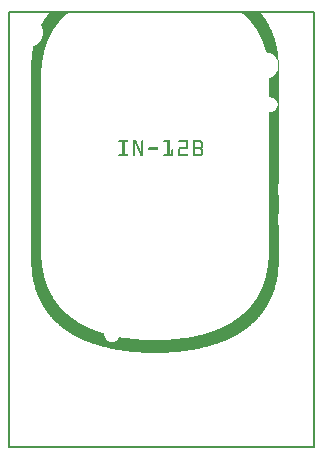
<source format=gto>
G04 MADE WITH FRITZING*
G04 WWW.FRITZING.ORG*
G04 DOUBLE SIDED*
G04 HOLES PLATED*
G04 CONTOUR ON CENTER OF CONTOUR VECTOR*
%ASAXBY*%
%FSLAX23Y23*%
%MOIN*%
%OFA0B0*%
%SFA1.0B1.0*%
%ADD10R,1.023620X1.456690X1.007620X1.440690*%
%ADD11C,0.008000*%
%ADD12R,0.001000X0.001000*%
%LNSILK1*%
G90*
G70*
G54D11*
X4Y1453D02*
X1020Y1453D01*
X1020Y4D01*
X4Y4D01*
X4Y1453D01*
D02*
G54D12*
X145Y1457D02*
X208Y1457D01*
X774Y1457D02*
X837Y1457D01*
X144Y1456D02*
X207Y1456D01*
X775Y1456D02*
X838Y1456D01*
X143Y1455D02*
X206Y1455D01*
X776Y1455D02*
X839Y1455D01*
X142Y1454D02*
X205Y1454D01*
X777Y1454D02*
X840Y1454D01*
X141Y1453D02*
X203Y1453D01*
X779Y1453D02*
X841Y1453D01*
X140Y1452D02*
X202Y1452D01*
X780Y1452D02*
X842Y1452D01*
X140Y1451D02*
X201Y1451D01*
X781Y1451D02*
X843Y1451D01*
X139Y1450D02*
X200Y1450D01*
X782Y1450D02*
X843Y1450D01*
X138Y1449D02*
X199Y1449D01*
X783Y1449D02*
X844Y1449D01*
X137Y1448D02*
X197Y1448D01*
X785Y1448D02*
X845Y1448D01*
X136Y1447D02*
X196Y1447D01*
X786Y1447D02*
X846Y1447D01*
X136Y1446D02*
X195Y1446D01*
X787Y1446D02*
X847Y1446D01*
X135Y1445D02*
X194Y1445D01*
X788Y1445D02*
X847Y1445D01*
X134Y1444D02*
X193Y1444D01*
X789Y1444D02*
X848Y1444D01*
X133Y1443D02*
X192Y1443D01*
X790Y1443D02*
X849Y1443D01*
X132Y1442D02*
X191Y1442D01*
X791Y1442D02*
X850Y1442D01*
X132Y1441D02*
X190Y1441D01*
X792Y1441D02*
X850Y1441D01*
X131Y1440D02*
X189Y1440D01*
X793Y1440D02*
X851Y1440D01*
X130Y1439D02*
X188Y1439D01*
X794Y1439D02*
X852Y1439D01*
X130Y1438D02*
X187Y1438D01*
X795Y1438D02*
X852Y1438D01*
X129Y1437D02*
X186Y1437D01*
X796Y1437D02*
X853Y1437D01*
X128Y1436D02*
X185Y1436D01*
X797Y1436D02*
X854Y1436D01*
X127Y1435D02*
X184Y1435D01*
X798Y1435D02*
X855Y1435D01*
X127Y1434D02*
X183Y1434D01*
X799Y1434D02*
X855Y1434D01*
X126Y1433D02*
X182Y1433D01*
X800Y1433D02*
X856Y1433D01*
X125Y1432D02*
X181Y1432D01*
X801Y1432D02*
X857Y1432D01*
X125Y1431D02*
X180Y1431D01*
X802Y1431D02*
X857Y1431D01*
X124Y1430D02*
X179Y1430D01*
X803Y1430D02*
X858Y1430D01*
X123Y1429D02*
X178Y1429D01*
X804Y1429D02*
X859Y1429D01*
X123Y1428D02*
X177Y1428D01*
X805Y1428D02*
X859Y1428D01*
X122Y1427D02*
X176Y1427D01*
X806Y1427D02*
X860Y1427D01*
X121Y1426D02*
X175Y1426D01*
X807Y1426D02*
X861Y1426D01*
X121Y1425D02*
X174Y1425D01*
X808Y1425D02*
X861Y1425D01*
X120Y1424D02*
X174Y1424D01*
X808Y1424D02*
X862Y1424D01*
X120Y1423D02*
X173Y1423D01*
X809Y1423D02*
X862Y1423D01*
X119Y1422D02*
X172Y1422D01*
X810Y1422D02*
X863Y1422D01*
X118Y1421D02*
X171Y1421D01*
X811Y1421D02*
X864Y1421D01*
X118Y1420D02*
X170Y1420D01*
X812Y1420D02*
X864Y1420D01*
X117Y1419D02*
X169Y1419D01*
X813Y1419D02*
X865Y1419D01*
X117Y1418D02*
X168Y1418D01*
X814Y1418D02*
X865Y1418D01*
X116Y1417D02*
X168Y1417D01*
X814Y1417D02*
X866Y1417D01*
X115Y1416D02*
X167Y1416D01*
X815Y1416D02*
X867Y1416D01*
X115Y1415D02*
X166Y1415D01*
X816Y1415D02*
X867Y1415D01*
X114Y1414D02*
X165Y1414D01*
X817Y1414D02*
X868Y1414D01*
X114Y1413D02*
X165Y1413D01*
X818Y1413D02*
X868Y1413D01*
X113Y1412D02*
X164Y1412D01*
X818Y1412D02*
X869Y1412D01*
X113Y1411D02*
X163Y1411D01*
X819Y1411D02*
X869Y1411D01*
X112Y1410D02*
X162Y1410D01*
X820Y1410D02*
X870Y1410D01*
X112Y1409D02*
X162Y1409D01*
X820Y1409D02*
X870Y1409D01*
X112Y1408D02*
X161Y1408D01*
X821Y1408D02*
X871Y1408D01*
X113Y1407D02*
X160Y1407D01*
X822Y1407D02*
X871Y1407D01*
X113Y1406D02*
X159Y1406D01*
X823Y1406D02*
X872Y1406D01*
X114Y1405D02*
X159Y1405D01*
X823Y1405D02*
X872Y1405D01*
X114Y1404D02*
X158Y1404D01*
X824Y1404D02*
X873Y1404D01*
X115Y1403D02*
X157Y1403D01*
X825Y1403D02*
X873Y1403D01*
X115Y1402D02*
X156Y1402D01*
X826Y1402D02*
X874Y1402D01*
X116Y1401D02*
X156Y1401D01*
X826Y1401D02*
X874Y1401D01*
X116Y1400D02*
X155Y1400D01*
X827Y1400D02*
X875Y1400D01*
X116Y1399D02*
X155Y1399D01*
X827Y1399D02*
X875Y1399D01*
X117Y1398D02*
X154Y1398D01*
X828Y1398D02*
X876Y1398D01*
X117Y1397D02*
X153Y1397D01*
X829Y1397D02*
X876Y1397D01*
X117Y1396D02*
X153Y1396D01*
X829Y1396D02*
X877Y1396D01*
X117Y1395D02*
X152Y1395D01*
X830Y1395D02*
X877Y1395D01*
X117Y1394D02*
X151Y1394D01*
X831Y1394D02*
X878Y1394D01*
X118Y1393D02*
X151Y1393D01*
X831Y1393D02*
X878Y1393D01*
X118Y1392D02*
X150Y1392D01*
X832Y1392D02*
X879Y1392D01*
X118Y1391D02*
X149Y1391D01*
X833Y1391D02*
X879Y1391D01*
X118Y1390D02*
X149Y1390D01*
X833Y1390D02*
X879Y1390D01*
X118Y1389D02*
X148Y1389D01*
X834Y1389D02*
X880Y1389D01*
X118Y1388D02*
X148Y1388D01*
X834Y1388D02*
X880Y1388D01*
X118Y1387D02*
X147Y1387D01*
X835Y1387D02*
X881Y1387D01*
X118Y1386D02*
X147Y1386D01*
X836Y1386D02*
X881Y1386D01*
X118Y1385D02*
X146Y1385D01*
X836Y1385D02*
X882Y1385D01*
X118Y1384D02*
X145Y1384D01*
X837Y1384D02*
X882Y1384D01*
X118Y1383D02*
X145Y1383D01*
X837Y1383D02*
X882Y1383D01*
X118Y1382D02*
X144Y1382D01*
X838Y1382D02*
X883Y1382D01*
X118Y1381D02*
X144Y1381D01*
X838Y1381D02*
X883Y1381D01*
X118Y1380D02*
X143Y1380D01*
X839Y1380D02*
X883Y1380D01*
X118Y1379D02*
X143Y1379D01*
X839Y1379D02*
X884Y1379D01*
X118Y1378D02*
X142Y1378D01*
X840Y1378D02*
X884Y1378D01*
X118Y1377D02*
X142Y1377D01*
X840Y1377D02*
X885Y1377D01*
X117Y1376D02*
X141Y1376D01*
X841Y1376D02*
X885Y1376D01*
X117Y1375D02*
X141Y1375D01*
X841Y1375D02*
X885Y1375D01*
X117Y1374D02*
X140Y1374D01*
X842Y1374D02*
X886Y1374D01*
X117Y1373D02*
X140Y1373D01*
X842Y1373D02*
X886Y1373D01*
X116Y1372D02*
X139Y1372D01*
X843Y1372D02*
X886Y1372D01*
X116Y1371D02*
X139Y1371D01*
X843Y1371D02*
X887Y1371D01*
X116Y1370D02*
X138Y1370D01*
X844Y1370D02*
X887Y1370D01*
X116Y1369D02*
X138Y1369D01*
X844Y1369D02*
X887Y1369D01*
X115Y1368D02*
X137Y1368D01*
X845Y1368D02*
X888Y1368D01*
X115Y1367D02*
X137Y1367D01*
X845Y1367D02*
X888Y1367D01*
X114Y1366D02*
X136Y1366D01*
X846Y1366D02*
X888Y1366D01*
X114Y1365D02*
X136Y1365D01*
X846Y1365D02*
X889Y1365D01*
X113Y1364D02*
X135Y1364D01*
X847Y1364D02*
X889Y1364D01*
X113Y1363D02*
X135Y1363D01*
X847Y1363D02*
X889Y1363D01*
X112Y1362D02*
X135Y1362D01*
X848Y1362D02*
X890Y1362D01*
X112Y1361D02*
X134Y1361D01*
X848Y1361D02*
X890Y1361D01*
X111Y1360D02*
X134Y1360D01*
X848Y1360D02*
X890Y1360D01*
X111Y1359D02*
X133Y1359D01*
X849Y1359D02*
X891Y1359D01*
X110Y1358D02*
X133Y1358D01*
X849Y1358D02*
X891Y1358D01*
X109Y1357D02*
X132Y1357D01*
X850Y1357D02*
X891Y1357D01*
X109Y1356D02*
X132Y1356D01*
X850Y1356D02*
X891Y1356D01*
X108Y1355D02*
X132Y1355D01*
X850Y1355D02*
X892Y1355D01*
X107Y1354D02*
X131Y1354D01*
X851Y1354D02*
X892Y1354D01*
X106Y1353D02*
X131Y1353D01*
X851Y1353D02*
X892Y1353D01*
X105Y1352D02*
X130Y1352D01*
X852Y1352D02*
X893Y1352D01*
X104Y1351D02*
X130Y1351D01*
X852Y1351D02*
X893Y1351D01*
X103Y1350D02*
X130Y1350D01*
X852Y1350D02*
X893Y1350D01*
X102Y1349D02*
X129Y1349D01*
X853Y1349D02*
X893Y1349D01*
X101Y1348D02*
X129Y1348D01*
X853Y1348D02*
X894Y1348D01*
X100Y1347D02*
X129Y1347D01*
X853Y1347D02*
X894Y1347D01*
X98Y1346D02*
X128Y1346D01*
X854Y1346D02*
X894Y1346D01*
X97Y1345D02*
X128Y1345D01*
X854Y1345D02*
X894Y1345D01*
X95Y1344D02*
X128Y1344D01*
X854Y1344D02*
X895Y1344D01*
X94Y1343D02*
X127Y1343D01*
X855Y1343D02*
X895Y1343D01*
X92Y1342D02*
X127Y1342D01*
X855Y1342D02*
X895Y1342D01*
X90Y1341D02*
X127Y1341D01*
X855Y1341D02*
X895Y1341D01*
X87Y1340D02*
X126Y1340D01*
X856Y1340D02*
X895Y1340D01*
X86Y1339D02*
X126Y1339D01*
X856Y1339D02*
X896Y1339D01*
X86Y1338D02*
X126Y1338D01*
X856Y1338D02*
X896Y1338D01*
X86Y1337D02*
X125Y1337D01*
X857Y1337D02*
X896Y1337D01*
X86Y1336D02*
X125Y1336D01*
X857Y1336D02*
X896Y1336D01*
X85Y1335D02*
X125Y1335D01*
X857Y1335D02*
X897Y1335D01*
X85Y1334D02*
X124Y1334D01*
X858Y1334D02*
X897Y1334D01*
X85Y1333D02*
X124Y1333D01*
X858Y1333D02*
X897Y1333D01*
X85Y1332D02*
X124Y1332D01*
X858Y1332D02*
X897Y1332D01*
X85Y1331D02*
X123Y1331D01*
X859Y1331D02*
X897Y1331D01*
X84Y1330D02*
X123Y1330D01*
X859Y1330D02*
X898Y1330D01*
X84Y1329D02*
X123Y1329D01*
X859Y1329D02*
X898Y1329D01*
X84Y1328D02*
X123Y1328D01*
X859Y1328D02*
X898Y1328D01*
X84Y1327D02*
X122Y1327D01*
X860Y1327D02*
X898Y1327D01*
X84Y1326D02*
X122Y1326D01*
X860Y1326D02*
X898Y1326D01*
X84Y1325D02*
X122Y1325D01*
X860Y1325D02*
X898Y1325D01*
X83Y1324D02*
X122Y1324D01*
X860Y1324D02*
X899Y1324D01*
X83Y1323D02*
X121Y1323D01*
X861Y1323D02*
X899Y1323D01*
X83Y1322D02*
X121Y1322D01*
X861Y1322D02*
X899Y1322D01*
X83Y1321D02*
X121Y1321D01*
X861Y1321D02*
X899Y1321D01*
X83Y1320D02*
X121Y1320D01*
X861Y1320D02*
X899Y1320D01*
X83Y1319D02*
X120Y1319D01*
X865Y1319D02*
X899Y1319D01*
X82Y1318D02*
X120Y1318D01*
X870Y1318D02*
X900Y1318D01*
X82Y1317D02*
X120Y1317D01*
X874Y1317D02*
X900Y1317D01*
X82Y1316D02*
X120Y1316D01*
X876Y1316D02*
X900Y1316D01*
X82Y1315D02*
X119Y1315D01*
X878Y1315D02*
X900Y1315D01*
X82Y1314D02*
X119Y1314D01*
X880Y1314D02*
X900Y1314D01*
X82Y1313D02*
X119Y1313D01*
X882Y1313D02*
X900Y1313D01*
X82Y1312D02*
X119Y1312D01*
X884Y1312D02*
X900Y1312D01*
X81Y1311D02*
X118Y1311D01*
X885Y1311D02*
X901Y1311D01*
X81Y1310D02*
X118Y1310D01*
X886Y1310D02*
X901Y1310D01*
X81Y1309D02*
X118Y1309D01*
X888Y1309D02*
X901Y1309D01*
X81Y1308D02*
X118Y1308D01*
X889Y1308D02*
X901Y1308D01*
X81Y1307D02*
X118Y1307D01*
X890Y1307D02*
X901Y1307D01*
X81Y1306D02*
X117Y1306D01*
X891Y1306D02*
X901Y1306D01*
X81Y1305D02*
X117Y1305D01*
X892Y1305D02*
X901Y1305D01*
X81Y1304D02*
X117Y1304D01*
X893Y1304D02*
X901Y1304D01*
X80Y1303D02*
X117Y1303D01*
X894Y1303D02*
X902Y1303D01*
X80Y1302D02*
X117Y1302D01*
X894Y1302D02*
X902Y1302D01*
X80Y1301D02*
X117Y1301D01*
X895Y1301D02*
X902Y1301D01*
X80Y1300D02*
X116Y1300D01*
X896Y1300D02*
X902Y1300D01*
X80Y1299D02*
X116Y1299D01*
X896Y1299D02*
X902Y1299D01*
X80Y1298D02*
X116Y1298D01*
X897Y1298D02*
X902Y1298D01*
X80Y1297D02*
X116Y1297D01*
X898Y1297D02*
X902Y1297D01*
X80Y1296D02*
X116Y1296D01*
X898Y1296D02*
X902Y1296D01*
X80Y1295D02*
X116Y1295D01*
X899Y1295D02*
X902Y1295D01*
X80Y1294D02*
X115Y1294D01*
X899Y1294D02*
X902Y1294D01*
X80Y1293D02*
X115Y1293D01*
X900Y1293D02*
X902Y1293D01*
X79Y1292D02*
X115Y1292D01*
X900Y1292D02*
X903Y1292D01*
X79Y1291D02*
X115Y1291D01*
X900Y1291D02*
X903Y1291D01*
X79Y1290D02*
X115Y1290D01*
X901Y1290D02*
X903Y1290D01*
X79Y1289D02*
X115Y1289D01*
X901Y1289D02*
X903Y1289D01*
X79Y1288D02*
X115Y1288D01*
X901Y1288D02*
X903Y1288D01*
X79Y1287D02*
X114Y1287D01*
X902Y1287D02*
X903Y1287D01*
X79Y1286D02*
X114Y1286D01*
X902Y1286D02*
X903Y1286D01*
X79Y1285D02*
X114Y1285D01*
X902Y1285D02*
X903Y1285D01*
X79Y1284D02*
X114Y1284D01*
X902Y1284D02*
X903Y1284D01*
X79Y1283D02*
X114Y1283D01*
X903Y1283D02*
X903Y1283D01*
X79Y1282D02*
X114Y1282D01*
X903Y1282D02*
X903Y1282D01*
X79Y1281D02*
X114Y1281D01*
X903Y1281D02*
X903Y1281D01*
X79Y1280D02*
X114Y1280D01*
X903Y1280D02*
X903Y1280D01*
X79Y1279D02*
X113Y1279D01*
X903Y1279D02*
X903Y1279D01*
X79Y1278D02*
X113Y1278D01*
X903Y1278D02*
X903Y1278D01*
X79Y1277D02*
X113Y1277D01*
X903Y1277D02*
X903Y1277D01*
X79Y1276D02*
X113Y1276D01*
X903Y1276D02*
X903Y1276D01*
X79Y1275D02*
X113Y1275D01*
X903Y1275D02*
X903Y1275D01*
X79Y1274D02*
X113Y1274D01*
X903Y1274D02*
X903Y1274D01*
X79Y1273D02*
X113Y1273D01*
X903Y1273D02*
X904Y1273D01*
X78Y1272D02*
X113Y1272D01*
X903Y1272D02*
X904Y1272D01*
X78Y1271D02*
X113Y1271D01*
X903Y1271D02*
X904Y1271D01*
X78Y1270D02*
X113Y1270D01*
X903Y1270D02*
X904Y1270D01*
X78Y1269D02*
X113Y1269D01*
X903Y1269D02*
X904Y1269D01*
X78Y1268D02*
X113Y1268D01*
X903Y1268D02*
X904Y1268D01*
X78Y1267D02*
X112Y1267D01*
X902Y1267D02*
X904Y1267D01*
X78Y1266D02*
X112Y1266D01*
X902Y1266D02*
X904Y1266D01*
X78Y1265D02*
X112Y1265D01*
X902Y1265D02*
X904Y1265D01*
X78Y1264D02*
X112Y1264D01*
X902Y1264D02*
X904Y1264D01*
X78Y1263D02*
X112Y1263D01*
X902Y1263D02*
X904Y1263D01*
X78Y1262D02*
X112Y1262D01*
X901Y1262D02*
X904Y1262D01*
X78Y1261D02*
X112Y1261D01*
X901Y1261D02*
X904Y1261D01*
X78Y1260D02*
X112Y1260D01*
X901Y1260D02*
X904Y1260D01*
X78Y1259D02*
X112Y1259D01*
X900Y1259D02*
X904Y1259D01*
X78Y1258D02*
X112Y1258D01*
X900Y1258D02*
X904Y1258D01*
X78Y1257D02*
X112Y1257D01*
X899Y1257D02*
X904Y1257D01*
X78Y1256D02*
X112Y1256D01*
X899Y1256D02*
X904Y1256D01*
X78Y1255D02*
X112Y1255D01*
X898Y1255D02*
X904Y1255D01*
X78Y1254D02*
X112Y1254D01*
X898Y1254D02*
X904Y1254D01*
X78Y1253D02*
X112Y1253D01*
X897Y1253D02*
X904Y1253D01*
X78Y1252D02*
X112Y1252D01*
X896Y1252D02*
X904Y1252D01*
X78Y1251D02*
X112Y1251D01*
X896Y1251D02*
X904Y1251D01*
X78Y1250D02*
X112Y1250D01*
X895Y1250D02*
X904Y1250D01*
X78Y1249D02*
X112Y1249D01*
X894Y1249D02*
X904Y1249D01*
X78Y1248D02*
X112Y1248D01*
X894Y1248D02*
X904Y1248D01*
X78Y1247D02*
X112Y1247D01*
X893Y1247D02*
X904Y1247D01*
X78Y1246D02*
X112Y1246D01*
X892Y1246D02*
X904Y1246D01*
X78Y1245D02*
X112Y1245D01*
X891Y1245D02*
X904Y1245D01*
X78Y1244D02*
X112Y1244D01*
X890Y1244D02*
X904Y1244D01*
X78Y1243D02*
X112Y1243D01*
X889Y1243D02*
X904Y1243D01*
X78Y1242D02*
X112Y1242D01*
X888Y1242D02*
X904Y1242D01*
X78Y1241D02*
X112Y1241D01*
X887Y1241D02*
X904Y1241D01*
X78Y1240D02*
X112Y1240D01*
X885Y1240D02*
X904Y1240D01*
X78Y1239D02*
X112Y1239D01*
X884Y1239D02*
X904Y1239D01*
X78Y1238D02*
X112Y1238D01*
X882Y1238D02*
X904Y1238D01*
X78Y1237D02*
X112Y1237D01*
X881Y1237D02*
X904Y1237D01*
X78Y1236D02*
X112Y1236D01*
X879Y1236D02*
X904Y1236D01*
X78Y1235D02*
X112Y1235D01*
X877Y1235D02*
X904Y1235D01*
X78Y1234D02*
X112Y1234D01*
X874Y1234D02*
X904Y1234D01*
X78Y1233D02*
X112Y1233D01*
X871Y1233D02*
X904Y1233D01*
X78Y1232D02*
X112Y1232D01*
X870Y1232D02*
X904Y1232D01*
X78Y1231D02*
X112Y1231D01*
X870Y1231D02*
X904Y1231D01*
X78Y1230D02*
X112Y1230D01*
X870Y1230D02*
X904Y1230D01*
X78Y1229D02*
X112Y1229D01*
X870Y1229D02*
X904Y1229D01*
X78Y1228D02*
X112Y1228D01*
X870Y1228D02*
X904Y1228D01*
X78Y1227D02*
X112Y1227D01*
X870Y1227D02*
X904Y1227D01*
X78Y1226D02*
X112Y1226D01*
X870Y1226D02*
X904Y1226D01*
X78Y1225D02*
X112Y1225D01*
X870Y1225D02*
X904Y1225D01*
X78Y1224D02*
X112Y1224D01*
X870Y1224D02*
X904Y1224D01*
X78Y1223D02*
X112Y1223D01*
X870Y1223D02*
X904Y1223D01*
X78Y1222D02*
X112Y1222D01*
X870Y1222D02*
X904Y1222D01*
X78Y1221D02*
X112Y1221D01*
X870Y1221D02*
X904Y1221D01*
X78Y1220D02*
X112Y1220D01*
X870Y1220D02*
X904Y1220D01*
X78Y1219D02*
X112Y1219D01*
X870Y1219D02*
X904Y1219D01*
X78Y1218D02*
X112Y1218D01*
X870Y1218D02*
X904Y1218D01*
X78Y1217D02*
X112Y1217D01*
X870Y1217D02*
X904Y1217D01*
X78Y1216D02*
X112Y1216D01*
X870Y1216D02*
X904Y1216D01*
X78Y1215D02*
X112Y1215D01*
X870Y1215D02*
X904Y1215D01*
X78Y1214D02*
X112Y1214D01*
X870Y1214D02*
X904Y1214D01*
X78Y1213D02*
X112Y1213D01*
X870Y1213D02*
X904Y1213D01*
X78Y1212D02*
X112Y1212D01*
X870Y1212D02*
X904Y1212D01*
X78Y1211D02*
X112Y1211D01*
X870Y1211D02*
X904Y1211D01*
X78Y1210D02*
X112Y1210D01*
X870Y1210D02*
X904Y1210D01*
X78Y1209D02*
X112Y1209D01*
X870Y1209D02*
X904Y1209D01*
X78Y1208D02*
X112Y1208D01*
X870Y1208D02*
X904Y1208D01*
X78Y1207D02*
X112Y1207D01*
X870Y1207D02*
X904Y1207D01*
X78Y1206D02*
X112Y1206D01*
X870Y1206D02*
X904Y1206D01*
X78Y1205D02*
X112Y1205D01*
X870Y1205D02*
X904Y1205D01*
X78Y1204D02*
X112Y1204D01*
X870Y1204D02*
X904Y1204D01*
X78Y1203D02*
X112Y1203D01*
X870Y1203D02*
X904Y1203D01*
X78Y1202D02*
X112Y1202D01*
X870Y1202D02*
X904Y1202D01*
X78Y1201D02*
X112Y1201D01*
X870Y1201D02*
X904Y1201D01*
X78Y1200D02*
X112Y1200D01*
X870Y1200D02*
X904Y1200D01*
X78Y1199D02*
X112Y1199D01*
X870Y1199D02*
X904Y1199D01*
X78Y1198D02*
X112Y1198D01*
X870Y1198D02*
X904Y1198D01*
X78Y1197D02*
X112Y1197D01*
X870Y1197D02*
X904Y1197D01*
X78Y1196D02*
X112Y1196D01*
X870Y1196D02*
X904Y1196D01*
X78Y1195D02*
X112Y1195D01*
X870Y1195D02*
X904Y1195D01*
X78Y1194D02*
X112Y1194D01*
X870Y1194D02*
X904Y1194D01*
X78Y1193D02*
X112Y1193D01*
X870Y1193D02*
X904Y1193D01*
X78Y1192D02*
X112Y1192D01*
X870Y1192D02*
X904Y1192D01*
X78Y1191D02*
X112Y1191D01*
X870Y1191D02*
X904Y1191D01*
X78Y1190D02*
X112Y1190D01*
X870Y1190D02*
X904Y1190D01*
X78Y1189D02*
X112Y1189D01*
X870Y1189D02*
X904Y1189D01*
X78Y1188D02*
X112Y1188D01*
X870Y1188D02*
X904Y1188D01*
X78Y1187D02*
X112Y1187D01*
X870Y1187D02*
X904Y1187D01*
X78Y1186D02*
X112Y1186D01*
X870Y1186D02*
X904Y1186D01*
X78Y1185D02*
X112Y1185D01*
X870Y1185D02*
X904Y1185D01*
X78Y1184D02*
X112Y1184D01*
X870Y1184D02*
X904Y1184D01*
X78Y1183D02*
X112Y1183D01*
X870Y1183D02*
X904Y1183D01*
X78Y1182D02*
X112Y1182D01*
X870Y1182D02*
X904Y1182D01*
X78Y1181D02*
X112Y1181D01*
X870Y1181D02*
X904Y1181D01*
X78Y1180D02*
X112Y1180D01*
X870Y1180D02*
X904Y1180D01*
X78Y1179D02*
X112Y1179D01*
X870Y1179D02*
X904Y1179D01*
X78Y1178D02*
X112Y1178D01*
X870Y1178D02*
X904Y1178D01*
X78Y1177D02*
X112Y1177D01*
X870Y1177D02*
X904Y1177D01*
X78Y1176D02*
X112Y1176D01*
X870Y1176D02*
X904Y1176D01*
X78Y1175D02*
X112Y1175D01*
X870Y1175D02*
X904Y1175D01*
X78Y1174D02*
X112Y1174D01*
X870Y1174D02*
X904Y1174D01*
X78Y1173D02*
X112Y1173D01*
X870Y1173D02*
X904Y1173D01*
X78Y1172D02*
X112Y1172D01*
X870Y1172D02*
X904Y1172D01*
X78Y1171D02*
X112Y1171D01*
X870Y1171D02*
X904Y1171D01*
X78Y1170D02*
X112Y1170D01*
X870Y1170D02*
X904Y1170D01*
X78Y1169D02*
X112Y1169D01*
X870Y1169D02*
X870Y1169D01*
X879Y1169D02*
X904Y1169D01*
X78Y1168D02*
X112Y1168D01*
X883Y1168D02*
X904Y1168D01*
X78Y1167D02*
X112Y1167D01*
X886Y1167D02*
X904Y1167D01*
X78Y1166D02*
X112Y1166D01*
X888Y1166D02*
X904Y1166D01*
X78Y1165D02*
X112Y1165D01*
X889Y1165D02*
X904Y1165D01*
X78Y1164D02*
X112Y1164D01*
X891Y1164D02*
X904Y1164D01*
X78Y1163D02*
X112Y1163D01*
X892Y1163D02*
X904Y1163D01*
X78Y1162D02*
X112Y1162D01*
X893Y1162D02*
X904Y1162D01*
X78Y1161D02*
X112Y1161D01*
X894Y1161D02*
X904Y1161D01*
X78Y1160D02*
X112Y1160D01*
X895Y1160D02*
X904Y1160D01*
X78Y1159D02*
X112Y1159D01*
X895Y1159D02*
X904Y1159D01*
X78Y1158D02*
X112Y1158D01*
X896Y1158D02*
X904Y1158D01*
X78Y1157D02*
X112Y1157D01*
X897Y1157D02*
X904Y1157D01*
X78Y1156D02*
X112Y1156D01*
X897Y1156D02*
X904Y1156D01*
X78Y1155D02*
X112Y1155D01*
X898Y1155D02*
X904Y1155D01*
X78Y1154D02*
X112Y1154D01*
X898Y1154D02*
X904Y1154D01*
X78Y1153D02*
X112Y1153D01*
X898Y1153D02*
X904Y1153D01*
X78Y1152D02*
X112Y1152D01*
X899Y1152D02*
X904Y1152D01*
X78Y1151D02*
X112Y1151D01*
X899Y1151D02*
X904Y1151D01*
X78Y1150D02*
X112Y1150D01*
X899Y1150D02*
X904Y1150D01*
X78Y1149D02*
X112Y1149D01*
X900Y1149D02*
X904Y1149D01*
X78Y1148D02*
X112Y1148D01*
X900Y1148D02*
X904Y1148D01*
X78Y1147D02*
X112Y1147D01*
X900Y1147D02*
X904Y1147D01*
X78Y1146D02*
X112Y1146D01*
X900Y1146D02*
X904Y1146D01*
X78Y1145D02*
X112Y1145D01*
X900Y1145D02*
X904Y1145D01*
X78Y1144D02*
X112Y1144D01*
X900Y1144D02*
X904Y1144D01*
X78Y1143D02*
X112Y1143D01*
X900Y1143D02*
X904Y1143D01*
X78Y1142D02*
X112Y1142D01*
X900Y1142D02*
X904Y1142D01*
X78Y1141D02*
X112Y1141D01*
X900Y1141D02*
X904Y1141D01*
X78Y1140D02*
X112Y1140D01*
X900Y1140D02*
X904Y1140D01*
X78Y1139D02*
X112Y1139D01*
X899Y1139D02*
X904Y1139D01*
X78Y1138D02*
X112Y1138D01*
X899Y1138D02*
X904Y1138D01*
X78Y1137D02*
X112Y1137D01*
X899Y1137D02*
X904Y1137D01*
X78Y1136D02*
X112Y1136D01*
X898Y1136D02*
X904Y1136D01*
X78Y1135D02*
X112Y1135D01*
X898Y1135D02*
X904Y1135D01*
X78Y1134D02*
X112Y1134D01*
X897Y1134D02*
X904Y1134D01*
X78Y1133D02*
X112Y1133D01*
X897Y1133D02*
X904Y1133D01*
X78Y1132D02*
X112Y1132D01*
X896Y1132D02*
X904Y1132D01*
X78Y1131D02*
X112Y1131D01*
X896Y1131D02*
X904Y1131D01*
X78Y1130D02*
X112Y1130D01*
X895Y1130D02*
X904Y1130D01*
X78Y1129D02*
X112Y1129D01*
X894Y1129D02*
X904Y1129D01*
X78Y1128D02*
X112Y1128D01*
X893Y1128D02*
X904Y1128D01*
X78Y1127D02*
X112Y1127D01*
X892Y1127D02*
X904Y1127D01*
X78Y1126D02*
X112Y1126D01*
X891Y1126D02*
X904Y1126D01*
X78Y1125D02*
X112Y1125D01*
X890Y1125D02*
X904Y1125D01*
X78Y1124D02*
X112Y1124D01*
X888Y1124D02*
X904Y1124D01*
X78Y1123D02*
X112Y1123D01*
X886Y1123D02*
X904Y1123D01*
X78Y1122D02*
X112Y1122D01*
X884Y1122D02*
X904Y1122D01*
X78Y1121D02*
X112Y1121D01*
X881Y1121D02*
X904Y1121D01*
X78Y1120D02*
X112Y1120D01*
X870Y1120D02*
X904Y1120D01*
X78Y1119D02*
X112Y1119D01*
X870Y1119D02*
X904Y1119D01*
X78Y1118D02*
X112Y1118D01*
X870Y1118D02*
X904Y1118D01*
X78Y1117D02*
X112Y1117D01*
X870Y1117D02*
X904Y1117D01*
X78Y1116D02*
X112Y1116D01*
X870Y1116D02*
X904Y1116D01*
X78Y1115D02*
X112Y1115D01*
X870Y1115D02*
X904Y1115D01*
X78Y1114D02*
X112Y1114D01*
X870Y1114D02*
X904Y1114D01*
X78Y1113D02*
X112Y1113D01*
X870Y1113D02*
X904Y1113D01*
X78Y1112D02*
X112Y1112D01*
X870Y1112D02*
X904Y1112D01*
X78Y1111D02*
X112Y1111D01*
X870Y1111D02*
X904Y1111D01*
X78Y1110D02*
X112Y1110D01*
X870Y1110D02*
X904Y1110D01*
X78Y1109D02*
X112Y1109D01*
X870Y1109D02*
X904Y1109D01*
X78Y1108D02*
X112Y1108D01*
X870Y1108D02*
X904Y1108D01*
X78Y1107D02*
X112Y1107D01*
X870Y1107D02*
X904Y1107D01*
X78Y1106D02*
X112Y1106D01*
X870Y1106D02*
X904Y1106D01*
X78Y1105D02*
X112Y1105D01*
X870Y1105D02*
X904Y1105D01*
X78Y1104D02*
X112Y1104D01*
X870Y1104D02*
X904Y1104D01*
X78Y1103D02*
X112Y1103D01*
X870Y1103D02*
X904Y1103D01*
X78Y1102D02*
X112Y1102D01*
X870Y1102D02*
X904Y1102D01*
X78Y1101D02*
X112Y1101D01*
X870Y1101D02*
X904Y1101D01*
X78Y1100D02*
X112Y1100D01*
X870Y1100D02*
X904Y1100D01*
X78Y1099D02*
X112Y1099D01*
X870Y1099D02*
X904Y1099D01*
X78Y1098D02*
X112Y1098D01*
X870Y1098D02*
X904Y1098D01*
X78Y1097D02*
X112Y1097D01*
X870Y1097D02*
X904Y1097D01*
X78Y1096D02*
X112Y1096D01*
X870Y1096D02*
X904Y1096D01*
X78Y1095D02*
X112Y1095D01*
X870Y1095D02*
X904Y1095D01*
X78Y1094D02*
X112Y1094D01*
X870Y1094D02*
X904Y1094D01*
X78Y1093D02*
X112Y1093D01*
X870Y1093D02*
X904Y1093D01*
X78Y1092D02*
X112Y1092D01*
X870Y1092D02*
X904Y1092D01*
X78Y1091D02*
X112Y1091D01*
X870Y1091D02*
X904Y1091D01*
X78Y1090D02*
X112Y1090D01*
X870Y1090D02*
X904Y1090D01*
X78Y1089D02*
X112Y1089D01*
X870Y1089D02*
X904Y1089D01*
X78Y1088D02*
X112Y1088D01*
X870Y1088D02*
X904Y1088D01*
X78Y1087D02*
X112Y1087D01*
X870Y1087D02*
X904Y1087D01*
X78Y1086D02*
X112Y1086D01*
X870Y1086D02*
X904Y1086D01*
X78Y1085D02*
X112Y1085D01*
X870Y1085D02*
X904Y1085D01*
X78Y1084D02*
X112Y1084D01*
X870Y1084D02*
X904Y1084D01*
X78Y1083D02*
X112Y1083D01*
X870Y1083D02*
X904Y1083D01*
X78Y1082D02*
X112Y1082D01*
X870Y1082D02*
X904Y1082D01*
X78Y1081D02*
X112Y1081D01*
X870Y1081D02*
X904Y1081D01*
X78Y1080D02*
X112Y1080D01*
X870Y1080D02*
X904Y1080D01*
X78Y1079D02*
X112Y1079D01*
X870Y1079D02*
X904Y1079D01*
X78Y1078D02*
X112Y1078D01*
X870Y1078D02*
X904Y1078D01*
X78Y1077D02*
X112Y1077D01*
X870Y1077D02*
X904Y1077D01*
X78Y1076D02*
X112Y1076D01*
X870Y1076D02*
X904Y1076D01*
X78Y1075D02*
X112Y1075D01*
X870Y1075D02*
X904Y1075D01*
X78Y1074D02*
X112Y1074D01*
X870Y1074D02*
X904Y1074D01*
X78Y1073D02*
X112Y1073D01*
X870Y1073D02*
X904Y1073D01*
X78Y1072D02*
X112Y1072D01*
X870Y1072D02*
X904Y1072D01*
X78Y1071D02*
X112Y1071D01*
X870Y1071D02*
X904Y1071D01*
X78Y1070D02*
X112Y1070D01*
X870Y1070D02*
X904Y1070D01*
X78Y1069D02*
X112Y1069D01*
X870Y1069D02*
X904Y1069D01*
X78Y1068D02*
X112Y1068D01*
X870Y1068D02*
X904Y1068D01*
X78Y1067D02*
X112Y1067D01*
X870Y1067D02*
X904Y1067D01*
X78Y1066D02*
X112Y1066D01*
X870Y1066D02*
X904Y1066D01*
X78Y1065D02*
X112Y1065D01*
X870Y1065D02*
X904Y1065D01*
X78Y1064D02*
X112Y1064D01*
X870Y1064D02*
X904Y1064D01*
X78Y1063D02*
X112Y1063D01*
X870Y1063D02*
X904Y1063D01*
X78Y1062D02*
X112Y1062D01*
X870Y1062D02*
X904Y1062D01*
X78Y1061D02*
X112Y1061D01*
X870Y1061D02*
X904Y1061D01*
X78Y1060D02*
X112Y1060D01*
X870Y1060D02*
X904Y1060D01*
X78Y1059D02*
X112Y1059D01*
X870Y1059D02*
X904Y1059D01*
X78Y1058D02*
X112Y1058D01*
X870Y1058D02*
X904Y1058D01*
X78Y1057D02*
X112Y1057D01*
X870Y1057D02*
X904Y1057D01*
X78Y1056D02*
X112Y1056D01*
X870Y1056D02*
X904Y1056D01*
X78Y1055D02*
X112Y1055D01*
X870Y1055D02*
X904Y1055D01*
X78Y1054D02*
X112Y1054D01*
X870Y1054D02*
X904Y1054D01*
X78Y1053D02*
X112Y1053D01*
X870Y1053D02*
X904Y1053D01*
X78Y1052D02*
X112Y1052D01*
X870Y1052D02*
X904Y1052D01*
X78Y1051D02*
X112Y1051D01*
X870Y1051D02*
X904Y1051D01*
X78Y1050D02*
X112Y1050D01*
X870Y1050D02*
X904Y1050D01*
X78Y1049D02*
X112Y1049D01*
X870Y1049D02*
X904Y1049D01*
X78Y1048D02*
X112Y1048D01*
X870Y1048D02*
X904Y1048D01*
X78Y1047D02*
X112Y1047D01*
X870Y1047D02*
X904Y1047D01*
X78Y1046D02*
X112Y1046D01*
X870Y1046D02*
X904Y1046D01*
X78Y1045D02*
X112Y1045D01*
X870Y1045D02*
X904Y1045D01*
X78Y1044D02*
X112Y1044D01*
X870Y1044D02*
X904Y1044D01*
X78Y1043D02*
X112Y1043D01*
X870Y1043D02*
X904Y1043D01*
X78Y1042D02*
X112Y1042D01*
X870Y1042D02*
X904Y1042D01*
X78Y1041D02*
X112Y1041D01*
X870Y1041D02*
X904Y1041D01*
X78Y1040D02*
X112Y1040D01*
X870Y1040D02*
X904Y1040D01*
X78Y1039D02*
X112Y1039D01*
X870Y1039D02*
X904Y1039D01*
X78Y1038D02*
X112Y1038D01*
X870Y1038D02*
X904Y1038D01*
X78Y1037D02*
X112Y1037D01*
X870Y1037D02*
X904Y1037D01*
X78Y1036D02*
X112Y1036D01*
X870Y1036D02*
X904Y1036D01*
X78Y1035D02*
X112Y1035D01*
X870Y1035D02*
X904Y1035D01*
X78Y1034D02*
X112Y1034D01*
X870Y1034D02*
X904Y1034D01*
X78Y1033D02*
X112Y1033D01*
X870Y1033D02*
X904Y1033D01*
X78Y1032D02*
X112Y1032D01*
X870Y1032D02*
X904Y1032D01*
X78Y1031D02*
X112Y1031D01*
X870Y1031D02*
X904Y1031D01*
X78Y1030D02*
X112Y1030D01*
X870Y1030D02*
X904Y1030D01*
X78Y1029D02*
X112Y1029D01*
X870Y1029D02*
X904Y1029D01*
X78Y1028D02*
X112Y1028D01*
X870Y1028D02*
X904Y1028D01*
X78Y1027D02*
X112Y1027D01*
X870Y1027D02*
X904Y1027D01*
X78Y1026D02*
X112Y1026D01*
X371Y1026D02*
X400Y1026D01*
X419Y1026D02*
X427Y1026D01*
X449Y1026D02*
X450Y1026D01*
X521Y1026D02*
X538Y1026D01*
X571Y1026D02*
X597Y1026D01*
X619Y1026D02*
X641Y1026D01*
X870Y1026D02*
X904Y1026D01*
X78Y1025D02*
X112Y1025D01*
X370Y1025D02*
X402Y1025D01*
X419Y1025D02*
X428Y1025D01*
X447Y1025D02*
X452Y1025D01*
X520Y1025D02*
X539Y1025D01*
X570Y1025D02*
X599Y1025D01*
X619Y1025D02*
X644Y1025D01*
X870Y1025D02*
X904Y1025D01*
X78Y1024D02*
X112Y1024D01*
X369Y1024D02*
X402Y1024D01*
X419Y1024D02*
X428Y1024D01*
X447Y1024D02*
X452Y1024D01*
X519Y1024D02*
X539Y1024D01*
X569Y1024D02*
X600Y1024D01*
X619Y1024D02*
X646Y1024D01*
X870Y1024D02*
X904Y1024D01*
X78Y1023D02*
X112Y1023D01*
X369Y1023D02*
X402Y1023D01*
X419Y1023D02*
X429Y1023D01*
X446Y1023D02*
X452Y1023D01*
X519Y1023D02*
X539Y1023D01*
X569Y1023D02*
X601Y1023D01*
X619Y1023D02*
X647Y1023D01*
X870Y1023D02*
X904Y1023D01*
X78Y1022D02*
X112Y1022D01*
X369Y1022D02*
X402Y1022D01*
X419Y1022D02*
X429Y1022D01*
X446Y1022D02*
X452Y1022D01*
X519Y1022D02*
X539Y1022D01*
X569Y1022D02*
X602Y1022D01*
X619Y1022D02*
X648Y1022D01*
X870Y1022D02*
X904Y1022D01*
X78Y1021D02*
X112Y1021D01*
X370Y1021D02*
X402Y1021D01*
X419Y1021D02*
X429Y1021D01*
X446Y1021D02*
X452Y1021D01*
X519Y1021D02*
X539Y1021D01*
X569Y1021D02*
X602Y1021D01*
X619Y1021D02*
X649Y1021D01*
X870Y1021D02*
X904Y1021D01*
X78Y1020D02*
X112Y1020D01*
X370Y1020D02*
X401Y1020D01*
X419Y1020D02*
X430Y1020D01*
X446Y1020D02*
X452Y1020D01*
X520Y1020D02*
X539Y1020D01*
X570Y1020D02*
X602Y1020D01*
X619Y1020D02*
X650Y1020D01*
X870Y1020D02*
X904Y1020D01*
X78Y1019D02*
X112Y1019D01*
X383Y1019D02*
X389Y1019D01*
X419Y1019D02*
X430Y1019D01*
X446Y1019D02*
X452Y1019D01*
X532Y1019D02*
X539Y1019D01*
X596Y1019D02*
X602Y1019D01*
X619Y1019D02*
X625Y1019D01*
X641Y1019D02*
X651Y1019D01*
X870Y1019D02*
X904Y1019D01*
X78Y1018D02*
X112Y1018D01*
X383Y1018D02*
X389Y1018D01*
X419Y1018D02*
X431Y1018D01*
X446Y1018D02*
X452Y1018D01*
X533Y1018D02*
X539Y1018D01*
X596Y1018D02*
X602Y1018D01*
X619Y1018D02*
X625Y1018D01*
X643Y1018D02*
X651Y1018D01*
X870Y1018D02*
X904Y1018D01*
X78Y1017D02*
X112Y1017D01*
X383Y1017D02*
X389Y1017D01*
X419Y1017D02*
X431Y1017D01*
X446Y1017D02*
X452Y1017D01*
X533Y1017D02*
X539Y1017D01*
X596Y1017D02*
X602Y1017D01*
X619Y1017D02*
X625Y1017D01*
X644Y1017D02*
X651Y1017D01*
X870Y1017D02*
X904Y1017D01*
X78Y1016D02*
X112Y1016D01*
X383Y1016D02*
X389Y1016D01*
X419Y1016D02*
X432Y1016D01*
X446Y1016D02*
X452Y1016D01*
X533Y1016D02*
X539Y1016D01*
X596Y1016D02*
X602Y1016D01*
X619Y1016D02*
X625Y1016D01*
X645Y1016D02*
X652Y1016D01*
X870Y1016D02*
X904Y1016D01*
X78Y1015D02*
X112Y1015D01*
X383Y1015D02*
X389Y1015D01*
X419Y1015D02*
X432Y1015D01*
X446Y1015D02*
X452Y1015D01*
X533Y1015D02*
X539Y1015D01*
X596Y1015D02*
X602Y1015D01*
X619Y1015D02*
X625Y1015D01*
X646Y1015D02*
X652Y1015D01*
X870Y1015D02*
X904Y1015D01*
X78Y1014D02*
X112Y1014D01*
X383Y1014D02*
X389Y1014D01*
X419Y1014D02*
X433Y1014D01*
X446Y1014D02*
X452Y1014D01*
X533Y1014D02*
X539Y1014D01*
X596Y1014D02*
X602Y1014D01*
X619Y1014D02*
X625Y1014D01*
X646Y1014D02*
X652Y1014D01*
X870Y1014D02*
X904Y1014D01*
X78Y1013D02*
X112Y1013D01*
X383Y1013D02*
X389Y1013D01*
X419Y1013D02*
X433Y1013D01*
X446Y1013D02*
X452Y1013D01*
X533Y1013D02*
X539Y1013D01*
X596Y1013D02*
X602Y1013D01*
X619Y1013D02*
X625Y1013D01*
X646Y1013D02*
X652Y1013D01*
X870Y1013D02*
X904Y1013D01*
X78Y1012D02*
X112Y1012D01*
X383Y1012D02*
X389Y1012D01*
X419Y1012D02*
X425Y1012D01*
X427Y1012D02*
X433Y1012D01*
X446Y1012D02*
X452Y1012D01*
X533Y1012D02*
X539Y1012D01*
X596Y1012D02*
X602Y1012D01*
X619Y1012D02*
X625Y1012D01*
X646Y1012D02*
X652Y1012D01*
X870Y1012D02*
X904Y1012D01*
X78Y1011D02*
X112Y1011D01*
X383Y1011D02*
X389Y1011D01*
X419Y1011D02*
X425Y1011D01*
X427Y1011D02*
X434Y1011D01*
X446Y1011D02*
X452Y1011D01*
X533Y1011D02*
X539Y1011D01*
X596Y1011D02*
X602Y1011D01*
X619Y1011D02*
X625Y1011D01*
X646Y1011D02*
X652Y1011D01*
X870Y1011D02*
X904Y1011D01*
X78Y1010D02*
X112Y1010D01*
X383Y1010D02*
X389Y1010D01*
X419Y1010D02*
X425Y1010D01*
X428Y1010D02*
X434Y1010D01*
X446Y1010D02*
X452Y1010D01*
X533Y1010D02*
X539Y1010D01*
X596Y1010D02*
X602Y1010D01*
X619Y1010D02*
X625Y1010D01*
X646Y1010D02*
X652Y1010D01*
X870Y1010D02*
X904Y1010D01*
X78Y1009D02*
X112Y1009D01*
X383Y1009D02*
X389Y1009D01*
X419Y1009D02*
X425Y1009D01*
X428Y1009D02*
X435Y1009D01*
X446Y1009D02*
X452Y1009D01*
X533Y1009D02*
X539Y1009D01*
X596Y1009D02*
X602Y1009D01*
X619Y1009D02*
X625Y1009D01*
X646Y1009D02*
X652Y1009D01*
X870Y1009D02*
X904Y1009D01*
X78Y1008D02*
X112Y1008D01*
X383Y1008D02*
X389Y1008D01*
X419Y1008D02*
X425Y1008D01*
X428Y1008D02*
X435Y1008D01*
X446Y1008D02*
X452Y1008D01*
X533Y1008D02*
X539Y1008D01*
X596Y1008D02*
X602Y1008D01*
X619Y1008D02*
X625Y1008D01*
X646Y1008D02*
X652Y1008D01*
X870Y1008D02*
X904Y1008D01*
X78Y1007D02*
X112Y1007D01*
X383Y1007D02*
X389Y1007D01*
X419Y1007D02*
X425Y1007D01*
X429Y1007D02*
X436Y1007D01*
X446Y1007D02*
X452Y1007D01*
X533Y1007D02*
X539Y1007D01*
X596Y1007D02*
X602Y1007D01*
X619Y1007D02*
X625Y1007D01*
X646Y1007D02*
X652Y1007D01*
X870Y1007D02*
X904Y1007D01*
X78Y1006D02*
X112Y1006D01*
X383Y1006D02*
X389Y1006D01*
X419Y1006D02*
X425Y1006D01*
X429Y1006D02*
X436Y1006D01*
X446Y1006D02*
X452Y1006D01*
X533Y1006D02*
X539Y1006D01*
X596Y1006D02*
X602Y1006D01*
X619Y1006D02*
X625Y1006D01*
X645Y1006D02*
X652Y1006D01*
X870Y1006D02*
X904Y1006D01*
X78Y1005D02*
X112Y1005D01*
X383Y1005D02*
X389Y1005D01*
X419Y1005D02*
X425Y1005D01*
X430Y1005D02*
X436Y1005D01*
X446Y1005D02*
X452Y1005D01*
X533Y1005D02*
X539Y1005D01*
X596Y1005D02*
X602Y1005D01*
X619Y1005D02*
X625Y1005D01*
X644Y1005D02*
X651Y1005D01*
X870Y1005D02*
X904Y1005D01*
X78Y1004D02*
X112Y1004D01*
X383Y1004D02*
X389Y1004D01*
X419Y1004D02*
X425Y1004D01*
X430Y1004D02*
X437Y1004D01*
X446Y1004D02*
X452Y1004D01*
X533Y1004D02*
X539Y1004D01*
X596Y1004D02*
X602Y1004D01*
X619Y1004D02*
X625Y1004D01*
X643Y1004D02*
X651Y1004D01*
X870Y1004D02*
X904Y1004D01*
X78Y1003D02*
X112Y1003D01*
X383Y1003D02*
X389Y1003D01*
X419Y1003D02*
X425Y1003D01*
X431Y1003D02*
X437Y1003D01*
X446Y1003D02*
X452Y1003D01*
X533Y1003D02*
X539Y1003D01*
X596Y1003D02*
X602Y1003D01*
X619Y1003D02*
X625Y1003D01*
X641Y1003D02*
X651Y1003D01*
X870Y1003D02*
X904Y1003D01*
X78Y1002D02*
X112Y1002D01*
X383Y1002D02*
X389Y1002D01*
X419Y1002D02*
X425Y1002D01*
X431Y1002D02*
X438Y1002D01*
X446Y1002D02*
X452Y1002D01*
X470Y1002D02*
X501Y1002D01*
X533Y1002D02*
X539Y1002D01*
X573Y1002D02*
X602Y1002D01*
X619Y1002D02*
X650Y1002D01*
X870Y1002D02*
X904Y1002D01*
X78Y1001D02*
X112Y1001D01*
X383Y1001D02*
X389Y1001D01*
X419Y1001D02*
X425Y1001D01*
X432Y1001D02*
X438Y1001D01*
X446Y1001D02*
X452Y1001D01*
X469Y1001D02*
X502Y1001D01*
X533Y1001D02*
X539Y1001D01*
X571Y1001D02*
X602Y1001D01*
X619Y1001D02*
X649Y1001D01*
X870Y1001D02*
X904Y1001D01*
X78Y1000D02*
X112Y1000D01*
X383Y1000D02*
X389Y1000D01*
X419Y1000D02*
X425Y1000D01*
X432Y1000D02*
X439Y1000D01*
X446Y1000D02*
X452Y1000D01*
X469Y1000D02*
X502Y1000D01*
X533Y1000D02*
X539Y1000D01*
X570Y1000D02*
X602Y1000D01*
X619Y1000D02*
X648Y1000D01*
X870Y1000D02*
X904Y1000D01*
X78Y999D02*
X112Y999D01*
X383Y999D02*
X389Y999D01*
X419Y999D02*
X425Y999D01*
X432Y999D02*
X439Y999D01*
X446Y999D02*
X452Y999D01*
X469Y999D02*
X502Y999D01*
X533Y999D02*
X539Y999D01*
X570Y999D02*
X601Y999D01*
X619Y999D02*
X648Y999D01*
X870Y999D02*
X904Y999D01*
X78Y998D02*
X112Y998D01*
X383Y998D02*
X389Y998D01*
X419Y998D02*
X425Y998D01*
X433Y998D02*
X440Y998D01*
X446Y998D02*
X452Y998D01*
X469Y998D02*
X502Y998D01*
X533Y998D02*
X539Y998D01*
X569Y998D02*
X600Y998D01*
X619Y998D02*
X649Y998D01*
X870Y998D02*
X904Y998D01*
X78Y997D02*
X112Y997D01*
X383Y997D02*
X389Y997D01*
X419Y997D02*
X425Y997D01*
X433Y997D02*
X440Y997D01*
X446Y997D02*
X452Y997D01*
X469Y997D02*
X502Y997D01*
X533Y997D02*
X539Y997D01*
X569Y997D02*
X599Y997D01*
X619Y997D02*
X650Y997D01*
X870Y997D02*
X904Y997D01*
X78Y996D02*
X112Y996D01*
X383Y996D02*
X389Y996D01*
X419Y996D02*
X425Y996D01*
X434Y996D02*
X440Y996D01*
X446Y996D02*
X452Y996D01*
X469Y996D02*
X502Y996D01*
X533Y996D02*
X539Y996D01*
X548Y996D02*
X551Y996D01*
X569Y996D02*
X597Y996D01*
X619Y996D02*
X650Y996D01*
X870Y996D02*
X904Y996D01*
X78Y995D02*
X112Y995D01*
X383Y995D02*
X389Y995D01*
X419Y995D02*
X425Y995D01*
X434Y995D02*
X441Y995D01*
X446Y995D02*
X452Y995D01*
X469Y995D02*
X502Y995D01*
X533Y995D02*
X539Y995D01*
X547Y995D02*
X552Y995D01*
X569Y995D02*
X575Y995D01*
X619Y995D02*
X625Y995D01*
X642Y995D02*
X651Y995D01*
X870Y995D02*
X904Y995D01*
X78Y994D02*
X112Y994D01*
X383Y994D02*
X389Y994D01*
X419Y994D02*
X425Y994D01*
X435Y994D02*
X441Y994D01*
X446Y994D02*
X452Y994D01*
X470Y994D02*
X501Y994D01*
X533Y994D02*
X539Y994D01*
X547Y994D02*
X552Y994D01*
X569Y994D02*
X575Y994D01*
X619Y994D02*
X625Y994D01*
X644Y994D02*
X651Y994D01*
X870Y994D02*
X904Y994D01*
X78Y993D02*
X112Y993D01*
X383Y993D02*
X389Y993D01*
X419Y993D02*
X425Y993D01*
X435Y993D02*
X442Y993D01*
X446Y993D02*
X452Y993D01*
X471Y993D02*
X500Y993D01*
X533Y993D02*
X539Y993D01*
X546Y993D02*
X552Y993D01*
X569Y993D02*
X575Y993D01*
X619Y993D02*
X625Y993D01*
X645Y993D02*
X652Y993D01*
X870Y993D02*
X904Y993D01*
X78Y992D02*
X112Y992D01*
X383Y992D02*
X389Y992D01*
X419Y992D02*
X425Y992D01*
X435Y992D02*
X442Y992D01*
X446Y992D02*
X452Y992D01*
X533Y992D02*
X539Y992D01*
X546Y992D02*
X552Y992D01*
X569Y992D02*
X575Y992D01*
X619Y992D02*
X625Y992D01*
X645Y992D02*
X652Y992D01*
X870Y992D02*
X904Y992D01*
X78Y991D02*
X112Y991D01*
X383Y991D02*
X389Y991D01*
X419Y991D02*
X425Y991D01*
X436Y991D02*
X443Y991D01*
X446Y991D02*
X452Y991D01*
X533Y991D02*
X539Y991D01*
X546Y991D02*
X552Y991D01*
X569Y991D02*
X575Y991D01*
X619Y991D02*
X625Y991D01*
X646Y991D02*
X652Y991D01*
X870Y991D02*
X904Y991D01*
X78Y990D02*
X112Y990D01*
X383Y990D02*
X389Y990D01*
X419Y990D02*
X425Y990D01*
X436Y990D02*
X443Y990D01*
X446Y990D02*
X452Y990D01*
X533Y990D02*
X539Y990D01*
X546Y990D02*
X552Y990D01*
X569Y990D02*
X575Y990D01*
X619Y990D02*
X625Y990D01*
X646Y990D02*
X652Y990D01*
X870Y990D02*
X904Y990D01*
X78Y989D02*
X112Y989D01*
X383Y989D02*
X389Y989D01*
X419Y989D02*
X425Y989D01*
X437Y989D02*
X443Y989D01*
X446Y989D02*
X452Y989D01*
X533Y989D02*
X539Y989D01*
X546Y989D02*
X552Y989D01*
X569Y989D02*
X575Y989D01*
X619Y989D02*
X625Y989D01*
X646Y989D02*
X652Y989D01*
X870Y989D02*
X904Y989D01*
X78Y988D02*
X112Y988D01*
X383Y988D02*
X389Y988D01*
X419Y988D02*
X425Y988D01*
X437Y988D02*
X444Y988D01*
X446Y988D02*
X452Y988D01*
X533Y988D02*
X539Y988D01*
X546Y988D02*
X552Y988D01*
X569Y988D02*
X575Y988D01*
X619Y988D02*
X625Y988D01*
X646Y988D02*
X652Y988D01*
X870Y988D02*
X904Y988D01*
X78Y987D02*
X112Y987D01*
X383Y987D02*
X389Y987D01*
X419Y987D02*
X425Y987D01*
X438Y987D02*
X444Y987D01*
X446Y987D02*
X452Y987D01*
X533Y987D02*
X539Y987D01*
X546Y987D02*
X552Y987D01*
X569Y987D02*
X575Y987D01*
X619Y987D02*
X625Y987D01*
X646Y987D02*
X652Y987D01*
X870Y987D02*
X904Y987D01*
X78Y986D02*
X112Y986D01*
X383Y986D02*
X389Y986D01*
X419Y986D02*
X425Y986D01*
X438Y986D02*
X452Y986D01*
X533Y986D02*
X539Y986D01*
X546Y986D02*
X552Y986D01*
X569Y986D02*
X575Y986D01*
X619Y986D02*
X625Y986D01*
X646Y986D02*
X652Y986D01*
X870Y986D02*
X904Y986D01*
X78Y985D02*
X112Y985D01*
X383Y985D02*
X389Y985D01*
X419Y985D02*
X425Y985D01*
X439Y985D02*
X452Y985D01*
X533Y985D02*
X539Y985D01*
X546Y985D02*
X552Y985D01*
X569Y985D02*
X575Y985D01*
X619Y985D02*
X625Y985D01*
X646Y985D02*
X652Y985D01*
X870Y985D02*
X904Y985D01*
X78Y984D02*
X112Y984D01*
X383Y984D02*
X389Y984D01*
X419Y984D02*
X425Y984D01*
X439Y984D02*
X452Y984D01*
X533Y984D02*
X539Y984D01*
X546Y984D02*
X552Y984D01*
X569Y984D02*
X575Y984D01*
X619Y984D02*
X625Y984D01*
X646Y984D02*
X652Y984D01*
X870Y984D02*
X904Y984D01*
X78Y983D02*
X112Y983D01*
X383Y983D02*
X389Y983D01*
X419Y983D02*
X425Y983D01*
X439Y983D02*
X452Y983D01*
X533Y983D02*
X539Y983D01*
X546Y983D02*
X552Y983D01*
X569Y983D02*
X575Y983D01*
X619Y983D02*
X625Y983D01*
X645Y983D02*
X652Y983D01*
X870Y983D02*
X904Y983D01*
X78Y982D02*
X112Y982D01*
X383Y982D02*
X389Y982D01*
X419Y982D02*
X425Y982D01*
X440Y982D02*
X452Y982D01*
X533Y982D02*
X539Y982D01*
X546Y982D02*
X552Y982D01*
X569Y982D02*
X575Y982D01*
X619Y982D02*
X625Y982D01*
X645Y982D02*
X652Y982D01*
X870Y982D02*
X904Y982D01*
X78Y981D02*
X112Y981D01*
X383Y981D02*
X389Y981D01*
X419Y981D02*
X425Y981D01*
X440Y981D02*
X452Y981D01*
X533Y981D02*
X539Y981D01*
X546Y981D02*
X552Y981D01*
X569Y981D02*
X575Y981D01*
X619Y981D02*
X625Y981D01*
X644Y981D02*
X651Y981D01*
X870Y981D02*
X904Y981D01*
X78Y980D02*
X112Y980D01*
X383Y980D02*
X389Y980D01*
X419Y980D02*
X425Y980D01*
X441Y980D02*
X452Y980D01*
X533Y980D02*
X539Y980D01*
X546Y980D02*
X552Y980D01*
X569Y980D02*
X575Y980D01*
X619Y980D02*
X625Y980D01*
X642Y980D02*
X651Y980D01*
X870Y980D02*
X904Y980D01*
X78Y979D02*
X112Y979D01*
X371Y979D02*
X400Y979D01*
X419Y979D02*
X425Y979D01*
X441Y979D02*
X452Y979D01*
X521Y979D02*
X552Y979D01*
X569Y979D02*
X600Y979D01*
X619Y979D02*
X650Y979D01*
X870Y979D02*
X904Y979D01*
X78Y978D02*
X112Y978D01*
X370Y978D02*
X402Y978D01*
X419Y978D02*
X425Y978D01*
X442Y978D02*
X452Y978D01*
X520Y978D02*
X552Y978D01*
X569Y978D02*
X601Y978D01*
X619Y978D02*
X650Y978D01*
X870Y978D02*
X904Y978D01*
X78Y977D02*
X112Y977D01*
X369Y977D02*
X402Y977D01*
X419Y977D02*
X425Y977D01*
X442Y977D02*
X452Y977D01*
X519Y977D02*
X552Y977D01*
X569Y977D02*
X602Y977D01*
X619Y977D02*
X649Y977D01*
X870Y977D02*
X904Y977D01*
X78Y976D02*
X112Y976D01*
X369Y976D02*
X402Y976D01*
X419Y976D02*
X425Y976D01*
X442Y976D02*
X452Y976D01*
X519Y976D02*
X552Y976D01*
X569Y976D02*
X602Y976D01*
X619Y976D02*
X648Y976D01*
X870Y976D02*
X904Y976D01*
X78Y975D02*
X112Y975D01*
X369Y975D02*
X402Y975D01*
X419Y975D02*
X425Y975D01*
X443Y975D02*
X452Y975D01*
X519Y975D02*
X552Y975D01*
X569Y975D02*
X602Y975D01*
X619Y975D02*
X647Y975D01*
X870Y975D02*
X904Y975D01*
X78Y974D02*
X112Y974D01*
X369Y974D02*
X402Y974D01*
X419Y974D02*
X424Y974D01*
X443Y974D02*
X452Y974D01*
X519Y974D02*
X552Y974D01*
X569Y974D02*
X602Y974D01*
X619Y974D02*
X645Y974D01*
X870Y974D02*
X904Y974D01*
X78Y973D02*
X112Y973D01*
X370Y973D02*
X401Y973D01*
X420Y973D02*
X424Y973D01*
X444Y973D02*
X452Y973D01*
X520Y973D02*
X551Y973D01*
X569Y973D02*
X601Y973D01*
X619Y973D02*
X643Y973D01*
X870Y973D02*
X904Y973D01*
X78Y972D02*
X112Y972D01*
X870Y972D02*
X904Y972D01*
X78Y971D02*
X112Y971D01*
X870Y971D02*
X904Y971D01*
X78Y970D02*
X112Y970D01*
X870Y970D02*
X904Y970D01*
X78Y969D02*
X112Y969D01*
X870Y969D02*
X904Y969D01*
X78Y968D02*
X112Y968D01*
X870Y968D02*
X904Y968D01*
X78Y967D02*
X112Y967D01*
X870Y967D02*
X904Y967D01*
X78Y966D02*
X112Y966D01*
X870Y966D02*
X904Y966D01*
X78Y965D02*
X112Y965D01*
X870Y965D02*
X904Y965D01*
X78Y964D02*
X112Y964D01*
X870Y964D02*
X904Y964D01*
X78Y963D02*
X112Y963D01*
X870Y963D02*
X904Y963D01*
X78Y962D02*
X112Y962D01*
X870Y962D02*
X904Y962D01*
X78Y961D02*
X112Y961D01*
X870Y961D02*
X904Y961D01*
X78Y960D02*
X112Y960D01*
X870Y960D02*
X904Y960D01*
X78Y959D02*
X112Y959D01*
X870Y959D02*
X904Y959D01*
X78Y958D02*
X112Y958D01*
X870Y958D02*
X904Y958D01*
X78Y957D02*
X112Y957D01*
X870Y957D02*
X904Y957D01*
X78Y956D02*
X112Y956D01*
X870Y956D02*
X904Y956D01*
X78Y955D02*
X112Y955D01*
X870Y955D02*
X904Y955D01*
X78Y954D02*
X112Y954D01*
X870Y954D02*
X904Y954D01*
X78Y953D02*
X112Y953D01*
X870Y953D02*
X904Y953D01*
X78Y952D02*
X112Y952D01*
X870Y952D02*
X904Y952D01*
X78Y951D02*
X112Y951D01*
X870Y951D02*
X904Y951D01*
X78Y950D02*
X112Y950D01*
X870Y950D02*
X904Y950D01*
X78Y949D02*
X112Y949D01*
X870Y949D02*
X904Y949D01*
X78Y948D02*
X112Y948D01*
X870Y948D02*
X904Y948D01*
X78Y947D02*
X112Y947D01*
X870Y947D02*
X904Y947D01*
X78Y946D02*
X112Y946D01*
X870Y946D02*
X904Y946D01*
X78Y945D02*
X112Y945D01*
X870Y945D02*
X904Y945D01*
X78Y944D02*
X112Y944D01*
X870Y944D02*
X904Y944D01*
X78Y943D02*
X112Y943D01*
X870Y943D02*
X904Y943D01*
X78Y942D02*
X112Y942D01*
X870Y942D02*
X904Y942D01*
X78Y941D02*
X112Y941D01*
X870Y941D02*
X904Y941D01*
X78Y940D02*
X112Y940D01*
X870Y940D02*
X904Y940D01*
X78Y939D02*
X112Y939D01*
X870Y939D02*
X904Y939D01*
X78Y938D02*
X112Y938D01*
X870Y938D02*
X904Y938D01*
X78Y937D02*
X112Y937D01*
X870Y937D02*
X904Y937D01*
X78Y936D02*
X112Y936D01*
X870Y936D02*
X904Y936D01*
X78Y935D02*
X112Y935D01*
X870Y935D02*
X904Y935D01*
X78Y934D02*
X112Y934D01*
X870Y934D02*
X904Y934D01*
X78Y933D02*
X112Y933D01*
X870Y933D02*
X904Y933D01*
X78Y932D02*
X112Y932D01*
X870Y932D02*
X904Y932D01*
X78Y931D02*
X112Y931D01*
X870Y931D02*
X904Y931D01*
X78Y930D02*
X112Y930D01*
X870Y930D02*
X904Y930D01*
X78Y929D02*
X112Y929D01*
X870Y929D02*
X904Y929D01*
X78Y928D02*
X112Y928D01*
X870Y928D02*
X904Y928D01*
X78Y927D02*
X112Y927D01*
X870Y927D02*
X904Y927D01*
X78Y926D02*
X112Y926D01*
X870Y926D02*
X904Y926D01*
X78Y925D02*
X112Y925D01*
X870Y925D02*
X904Y925D01*
X78Y924D02*
X112Y924D01*
X870Y924D02*
X904Y924D01*
X78Y923D02*
X112Y923D01*
X870Y923D02*
X904Y923D01*
X78Y922D02*
X112Y922D01*
X870Y922D02*
X904Y922D01*
X78Y921D02*
X112Y921D01*
X870Y921D02*
X904Y921D01*
X78Y920D02*
X112Y920D01*
X870Y920D02*
X904Y920D01*
X78Y919D02*
X112Y919D01*
X870Y919D02*
X904Y919D01*
X78Y918D02*
X112Y918D01*
X870Y918D02*
X904Y918D01*
X78Y917D02*
X112Y917D01*
X870Y917D02*
X904Y917D01*
X78Y916D02*
X112Y916D01*
X870Y916D02*
X904Y916D01*
X78Y915D02*
X112Y915D01*
X870Y915D02*
X904Y915D01*
X78Y914D02*
X112Y914D01*
X870Y914D02*
X904Y914D01*
X78Y913D02*
X112Y913D01*
X870Y913D02*
X904Y913D01*
X78Y912D02*
X112Y912D01*
X870Y912D02*
X904Y912D01*
X78Y911D02*
X112Y911D01*
X870Y911D02*
X904Y911D01*
X78Y910D02*
X112Y910D01*
X870Y910D02*
X904Y910D01*
X78Y909D02*
X112Y909D01*
X870Y909D02*
X904Y909D01*
X78Y908D02*
X112Y908D01*
X870Y908D02*
X904Y908D01*
X78Y907D02*
X112Y907D01*
X870Y907D02*
X904Y907D01*
X78Y906D02*
X112Y906D01*
X870Y906D02*
X904Y906D01*
X78Y905D02*
X112Y905D01*
X870Y905D02*
X904Y905D01*
X78Y904D02*
X112Y904D01*
X870Y904D02*
X904Y904D01*
X78Y903D02*
X112Y903D01*
X870Y903D02*
X904Y903D01*
X78Y902D02*
X112Y902D01*
X870Y902D02*
X904Y902D01*
X78Y901D02*
X112Y901D01*
X870Y901D02*
X904Y901D01*
X78Y900D02*
X112Y900D01*
X870Y900D02*
X904Y900D01*
X78Y899D02*
X112Y899D01*
X870Y899D02*
X904Y899D01*
X78Y898D02*
X112Y898D01*
X870Y898D02*
X904Y898D01*
X78Y897D02*
X112Y897D01*
X870Y897D02*
X904Y897D01*
X78Y896D02*
X112Y896D01*
X870Y896D02*
X904Y896D01*
X78Y895D02*
X112Y895D01*
X870Y895D02*
X904Y895D01*
X78Y894D02*
X112Y894D01*
X870Y894D02*
X904Y894D01*
X78Y893D02*
X112Y893D01*
X870Y893D02*
X904Y893D01*
X78Y892D02*
X112Y892D01*
X870Y892D02*
X904Y892D01*
X78Y891D02*
X112Y891D01*
X870Y891D02*
X904Y891D01*
X78Y890D02*
X112Y890D01*
X870Y890D02*
X904Y890D01*
X78Y889D02*
X112Y889D01*
X870Y889D02*
X904Y889D01*
X78Y888D02*
X112Y888D01*
X870Y888D02*
X904Y888D01*
X78Y887D02*
X112Y887D01*
X870Y887D02*
X904Y887D01*
X78Y886D02*
X112Y886D01*
X870Y886D02*
X904Y886D01*
X78Y885D02*
X112Y885D01*
X870Y885D02*
X904Y885D01*
X78Y884D02*
X112Y884D01*
X870Y884D02*
X904Y884D01*
X78Y883D02*
X112Y883D01*
X870Y883D02*
X904Y883D01*
X78Y882D02*
X112Y882D01*
X870Y882D02*
X903Y882D01*
X78Y881D02*
X112Y881D01*
X870Y881D02*
X903Y881D01*
X78Y880D02*
X112Y880D01*
X870Y880D02*
X902Y880D01*
X78Y879D02*
X112Y879D01*
X870Y879D02*
X902Y879D01*
X78Y878D02*
X112Y878D01*
X870Y878D02*
X902Y878D01*
X78Y877D02*
X112Y877D01*
X870Y877D02*
X901Y877D01*
X78Y876D02*
X112Y876D01*
X870Y876D02*
X901Y876D01*
X78Y875D02*
X112Y875D01*
X870Y875D02*
X901Y875D01*
X78Y874D02*
X112Y874D01*
X870Y874D02*
X900Y874D01*
X78Y873D02*
X112Y873D01*
X870Y873D02*
X900Y873D01*
X78Y872D02*
X112Y872D01*
X870Y872D02*
X900Y872D01*
X78Y871D02*
X112Y871D01*
X870Y871D02*
X900Y871D01*
X78Y870D02*
X112Y870D01*
X870Y870D02*
X899Y870D01*
X78Y869D02*
X112Y869D01*
X870Y869D02*
X899Y869D01*
X78Y868D02*
X112Y868D01*
X870Y868D02*
X899Y868D01*
X78Y867D02*
X112Y867D01*
X870Y867D02*
X899Y867D01*
X78Y866D02*
X112Y866D01*
X870Y866D02*
X899Y866D01*
X78Y865D02*
X112Y865D01*
X870Y865D02*
X899Y865D01*
X78Y864D02*
X112Y864D01*
X870Y864D02*
X899Y864D01*
X78Y863D02*
X112Y863D01*
X870Y863D02*
X899Y863D01*
X78Y862D02*
X112Y862D01*
X870Y862D02*
X899Y862D01*
X78Y861D02*
X112Y861D01*
X870Y861D02*
X899Y861D01*
X78Y860D02*
X112Y860D01*
X870Y860D02*
X899Y860D01*
X78Y859D02*
X112Y859D01*
X870Y859D02*
X899Y859D01*
X78Y858D02*
X112Y858D01*
X870Y858D02*
X899Y858D01*
X78Y857D02*
X112Y857D01*
X870Y857D02*
X899Y857D01*
X78Y856D02*
X112Y856D01*
X870Y856D02*
X899Y856D01*
X78Y855D02*
X112Y855D01*
X870Y855D02*
X899Y855D01*
X78Y854D02*
X112Y854D01*
X870Y854D02*
X899Y854D01*
X78Y853D02*
X112Y853D01*
X870Y853D02*
X900Y853D01*
X78Y852D02*
X112Y852D01*
X870Y852D02*
X900Y852D01*
X78Y851D02*
X112Y851D01*
X870Y851D02*
X900Y851D01*
X78Y850D02*
X112Y850D01*
X870Y850D02*
X900Y850D01*
X78Y849D02*
X112Y849D01*
X870Y849D02*
X901Y849D01*
X78Y848D02*
X112Y848D01*
X870Y848D02*
X901Y848D01*
X78Y847D02*
X112Y847D01*
X870Y847D02*
X901Y847D01*
X78Y846D02*
X112Y846D01*
X870Y846D02*
X902Y846D01*
X78Y845D02*
X112Y845D01*
X870Y845D02*
X902Y845D01*
X78Y844D02*
X112Y844D01*
X870Y844D02*
X903Y844D01*
X78Y843D02*
X112Y843D01*
X870Y843D02*
X903Y843D01*
X78Y842D02*
X112Y842D01*
X870Y842D02*
X904Y842D01*
X78Y841D02*
X112Y841D01*
X870Y841D02*
X904Y841D01*
X78Y840D02*
X112Y840D01*
X870Y840D02*
X904Y840D01*
X78Y839D02*
X112Y839D01*
X870Y839D02*
X904Y839D01*
X78Y838D02*
X112Y838D01*
X870Y838D02*
X904Y838D01*
X78Y837D02*
X112Y837D01*
X870Y837D02*
X904Y837D01*
X78Y836D02*
X112Y836D01*
X870Y836D02*
X904Y836D01*
X78Y835D02*
X112Y835D01*
X870Y835D02*
X904Y835D01*
X78Y834D02*
X112Y834D01*
X870Y834D02*
X904Y834D01*
X78Y833D02*
X112Y833D01*
X870Y833D02*
X904Y833D01*
X78Y832D02*
X112Y832D01*
X870Y832D02*
X904Y832D01*
X78Y831D02*
X112Y831D01*
X870Y831D02*
X904Y831D01*
X78Y830D02*
X112Y830D01*
X870Y830D02*
X904Y830D01*
X78Y829D02*
X112Y829D01*
X870Y829D02*
X904Y829D01*
X78Y828D02*
X112Y828D01*
X870Y828D02*
X904Y828D01*
X78Y827D02*
X112Y827D01*
X870Y827D02*
X904Y827D01*
X78Y826D02*
X112Y826D01*
X870Y826D02*
X904Y826D01*
X78Y825D02*
X112Y825D01*
X870Y825D02*
X904Y825D01*
X78Y824D02*
X112Y824D01*
X870Y824D02*
X904Y824D01*
X78Y823D02*
X112Y823D01*
X870Y823D02*
X904Y823D01*
X78Y822D02*
X112Y822D01*
X870Y822D02*
X904Y822D01*
X78Y821D02*
X112Y821D01*
X870Y821D02*
X904Y821D01*
X78Y820D02*
X112Y820D01*
X870Y820D02*
X904Y820D01*
X78Y819D02*
X112Y819D01*
X870Y819D02*
X904Y819D01*
X78Y818D02*
X112Y818D01*
X870Y818D02*
X904Y818D01*
X78Y817D02*
X112Y817D01*
X870Y817D02*
X904Y817D01*
X78Y816D02*
X112Y816D01*
X870Y816D02*
X904Y816D01*
X78Y815D02*
X112Y815D01*
X870Y815D02*
X904Y815D01*
X78Y814D02*
X112Y814D01*
X870Y814D02*
X904Y814D01*
X78Y813D02*
X112Y813D01*
X870Y813D02*
X904Y813D01*
X78Y812D02*
X112Y812D01*
X870Y812D02*
X904Y812D01*
X78Y811D02*
X112Y811D01*
X870Y811D02*
X904Y811D01*
X78Y810D02*
X112Y810D01*
X870Y810D02*
X904Y810D01*
X78Y809D02*
X112Y809D01*
X870Y809D02*
X904Y809D01*
X78Y808D02*
X112Y808D01*
X870Y808D02*
X904Y808D01*
X78Y807D02*
X112Y807D01*
X870Y807D02*
X904Y807D01*
X78Y806D02*
X112Y806D01*
X870Y806D02*
X904Y806D01*
X78Y805D02*
X112Y805D01*
X870Y805D02*
X904Y805D01*
X78Y804D02*
X112Y804D01*
X870Y804D02*
X904Y804D01*
X78Y803D02*
X112Y803D01*
X870Y803D02*
X904Y803D01*
X78Y802D02*
X112Y802D01*
X870Y802D02*
X904Y802D01*
X78Y801D02*
X112Y801D01*
X870Y801D02*
X904Y801D01*
X78Y800D02*
X112Y800D01*
X870Y800D02*
X904Y800D01*
X78Y799D02*
X112Y799D01*
X870Y799D02*
X904Y799D01*
X78Y798D02*
X112Y798D01*
X870Y798D02*
X904Y798D01*
X78Y797D02*
X112Y797D01*
X870Y797D02*
X904Y797D01*
X78Y796D02*
X112Y796D01*
X870Y796D02*
X904Y796D01*
X78Y795D02*
X112Y795D01*
X870Y795D02*
X904Y795D01*
X78Y794D02*
X112Y794D01*
X870Y794D02*
X904Y794D01*
X78Y793D02*
X112Y793D01*
X870Y793D02*
X904Y793D01*
X78Y792D02*
X112Y792D01*
X870Y792D02*
X904Y792D01*
X78Y791D02*
X112Y791D01*
X870Y791D02*
X904Y791D01*
X78Y790D02*
X112Y790D01*
X870Y790D02*
X904Y790D01*
X78Y789D02*
X112Y789D01*
X870Y789D02*
X904Y789D01*
X78Y788D02*
X112Y788D01*
X870Y788D02*
X904Y788D01*
X78Y787D02*
X112Y787D01*
X870Y787D02*
X904Y787D01*
X78Y786D02*
X112Y786D01*
X870Y786D02*
X904Y786D01*
X78Y785D02*
X112Y785D01*
X870Y785D02*
X904Y785D01*
X78Y784D02*
X112Y784D01*
X870Y784D02*
X904Y784D01*
X78Y783D02*
X112Y783D01*
X870Y783D02*
X904Y783D01*
X78Y782D02*
X112Y782D01*
X870Y782D02*
X903Y782D01*
X78Y781D02*
X112Y781D01*
X870Y781D02*
X903Y781D01*
X78Y780D02*
X112Y780D01*
X870Y780D02*
X902Y780D01*
X78Y779D02*
X112Y779D01*
X870Y779D02*
X902Y779D01*
X78Y778D02*
X112Y778D01*
X870Y778D02*
X902Y778D01*
X78Y777D02*
X112Y777D01*
X870Y777D02*
X901Y777D01*
X78Y776D02*
X112Y776D01*
X870Y776D02*
X901Y776D01*
X78Y775D02*
X112Y775D01*
X870Y775D02*
X901Y775D01*
X78Y774D02*
X112Y774D01*
X870Y774D02*
X900Y774D01*
X78Y773D02*
X112Y773D01*
X870Y773D02*
X900Y773D01*
X78Y772D02*
X112Y772D01*
X870Y772D02*
X900Y772D01*
X78Y771D02*
X112Y771D01*
X870Y771D02*
X900Y771D01*
X78Y770D02*
X112Y770D01*
X870Y770D02*
X899Y770D01*
X78Y769D02*
X112Y769D01*
X870Y769D02*
X899Y769D01*
X78Y768D02*
X112Y768D01*
X870Y768D02*
X899Y768D01*
X78Y767D02*
X112Y767D01*
X870Y767D02*
X899Y767D01*
X78Y766D02*
X112Y766D01*
X870Y766D02*
X899Y766D01*
X78Y765D02*
X112Y765D01*
X870Y765D02*
X899Y765D01*
X78Y764D02*
X112Y764D01*
X870Y764D02*
X899Y764D01*
X78Y763D02*
X112Y763D01*
X870Y763D02*
X899Y763D01*
X78Y762D02*
X112Y762D01*
X870Y762D02*
X899Y762D01*
X78Y761D02*
X112Y761D01*
X870Y761D02*
X899Y761D01*
X78Y760D02*
X112Y760D01*
X870Y760D02*
X899Y760D01*
X78Y759D02*
X112Y759D01*
X870Y759D02*
X899Y759D01*
X78Y758D02*
X112Y758D01*
X870Y758D02*
X899Y758D01*
X78Y757D02*
X112Y757D01*
X870Y757D02*
X899Y757D01*
X78Y756D02*
X112Y756D01*
X870Y756D02*
X899Y756D01*
X78Y755D02*
X112Y755D01*
X870Y755D02*
X899Y755D01*
X78Y754D02*
X112Y754D01*
X870Y754D02*
X899Y754D01*
X78Y753D02*
X112Y753D01*
X870Y753D02*
X900Y753D01*
X78Y752D02*
X112Y752D01*
X870Y752D02*
X900Y752D01*
X78Y751D02*
X112Y751D01*
X870Y751D02*
X900Y751D01*
X78Y750D02*
X112Y750D01*
X870Y750D02*
X900Y750D01*
X78Y749D02*
X112Y749D01*
X870Y749D02*
X901Y749D01*
X78Y748D02*
X112Y748D01*
X870Y748D02*
X901Y748D01*
X78Y747D02*
X112Y747D01*
X870Y747D02*
X901Y747D01*
X78Y746D02*
X112Y746D01*
X870Y746D02*
X902Y746D01*
X78Y745D02*
X112Y745D01*
X870Y745D02*
X902Y745D01*
X78Y744D02*
X112Y744D01*
X870Y744D02*
X903Y744D01*
X78Y743D02*
X112Y743D01*
X870Y743D02*
X903Y743D01*
X78Y742D02*
X112Y742D01*
X870Y742D02*
X904Y742D01*
X78Y741D02*
X112Y741D01*
X870Y741D02*
X904Y741D01*
X78Y740D02*
X112Y740D01*
X870Y740D02*
X904Y740D01*
X78Y739D02*
X112Y739D01*
X870Y739D02*
X904Y739D01*
X78Y738D02*
X112Y738D01*
X870Y738D02*
X904Y738D01*
X78Y737D02*
X112Y737D01*
X870Y737D02*
X904Y737D01*
X78Y736D02*
X112Y736D01*
X870Y736D02*
X904Y736D01*
X78Y735D02*
X112Y735D01*
X870Y735D02*
X904Y735D01*
X78Y734D02*
X112Y734D01*
X870Y734D02*
X904Y734D01*
X78Y733D02*
X112Y733D01*
X870Y733D02*
X904Y733D01*
X78Y732D02*
X112Y732D01*
X870Y732D02*
X904Y732D01*
X78Y731D02*
X112Y731D01*
X870Y731D02*
X904Y731D01*
X78Y730D02*
X112Y730D01*
X870Y730D02*
X904Y730D01*
X78Y729D02*
X112Y729D01*
X870Y729D02*
X904Y729D01*
X78Y728D02*
X112Y728D01*
X870Y728D02*
X904Y728D01*
X78Y727D02*
X112Y727D01*
X870Y727D02*
X904Y727D01*
X78Y726D02*
X112Y726D01*
X870Y726D02*
X904Y726D01*
X78Y725D02*
X112Y725D01*
X870Y725D02*
X904Y725D01*
X78Y724D02*
X112Y724D01*
X870Y724D02*
X904Y724D01*
X78Y723D02*
X112Y723D01*
X870Y723D02*
X904Y723D01*
X78Y722D02*
X112Y722D01*
X870Y722D02*
X904Y722D01*
X78Y721D02*
X112Y721D01*
X870Y721D02*
X904Y721D01*
X78Y720D02*
X112Y720D01*
X870Y720D02*
X904Y720D01*
X78Y719D02*
X112Y719D01*
X870Y719D02*
X904Y719D01*
X78Y718D02*
X112Y718D01*
X870Y718D02*
X904Y718D01*
X78Y717D02*
X112Y717D01*
X870Y717D02*
X904Y717D01*
X78Y716D02*
X112Y716D01*
X870Y716D02*
X904Y716D01*
X78Y715D02*
X112Y715D01*
X870Y715D02*
X904Y715D01*
X78Y714D02*
X112Y714D01*
X870Y714D02*
X904Y714D01*
X78Y713D02*
X112Y713D01*
X870Y713D02*
X904Y713D01*
X78Y712D02*
X112Y712D01*
X870Y712D02*
X904Y712D01*
X78Y711D02*
X112Y711D01*
X870Y711D02*
X904Y711D01*
X78Y710D02*
X112Y710D01*
X870Y710D02*
X904Y710D01*
X78Y709D02*
X112Y709D01*
X870Y709D02*
X904Y709D01*
X78Y708D02*
X112Y708D01*
X870Y708D02*
X904Y708D01*
X78Y707D02*
X112Y707D01*
X870Y707D02*
X904Y707D01*
X78Y706D02*
X112Y706D01*
X870Y706D02*
X904Y706D01*
X78Y705D02*
X112Y705D01*
X870Y705D02*
X904Y705D01*
X78Y704D02*
X112Y704D01*
X870Y704D02*
X904Y704D01*
X78Y703D02*
X112Y703D01*
X870Y703D02*
X904Y703D01*
X78Y702D02*
X112Y702D01*
X870Y702D02*
X904Y702D01*
X78Y701D02*
X112Y701D01*
X870Y701D02*
X904Y701D01*
X78Y700D02*
X112Y700D01*
X870Y700D02*
X904Y700D01*
X78Y699D02*
X112Y699D01*
X870Y699D02*
X904Y699D01*
X78Y698D02*
X112Y698D01*
X870Y698D02*
X904Y698D01*
X78Y697D02*
X112Y697D01*
X870Y697D02*
X904Y697D01*
X78Y696D02*
X112Y696D01*
X870Y696D02*
X904Y696D01*
X78Y695D02*
X112Y695D01*
X870Y695D02*
X904Y695D01*
X78Y694D02*
X112Y694D01*
X870Y694D02*
X904Y694D01*
X78Y693D02*
X112Y693D01*
X870Y693D02*
X904Y693D01*
X78Y692D02*
X112Y692D01*
X870Y692D02*
X904Y692D01*
X78Y691D02*
X112Y691D01*
X870Y691D02*
X904Y691D01*
X78Y690D02*
X112Y690D01*
X870Y690D02*
X904Y690D01*
X78Y689D02*
X112Y689D01*
X870Y689D02*
X904Y689D01*
X78Y688D02*
X112Y688D01*
X870Y688D02*
X904Y688D01*
X78Y687D02*
X112Y687D01*
X870Y687D02*
X904Y687D01*
X78Y686D02*
X112Y686D01*
X870Y686D02*
X904Y686D01*
X78Y685D02*
X112Y685D01*
X870Y685D02*
X904Y685D01*
X78Y684D02*
X112Y684D01*
X870Y684D02*
X904Y684D01*
X78Y683D02*
X112Y683D01*
X870Y683D02*
X904Y683D01*
X78Y682D02*
X112Y682D01*
X870Y682D02*
X904Y682D01*
X78Y681D02*
X112Y681D01*
X870Y681D02*
X904Y681D01*
X78Y680D02*
X112Y680D01*
X870Y680D02*
X904Y680D01*
X78Y679D02*
X112Y679D01*
X870Y679D02*
X904Y679D01*
X78Y678D02*
X112Y678D01*
X870Y678D02*
X904Y678D01*
X78Y677D02*
X112Y677D01*
X870Y677D02*
X904Y677D01*
X78Y676D02*
X112Y676D01*
X870Y676D02*
X904Y676D01*
X78Y675D02*
X112Y675D01*
X870Y675D02*
X904Y675D01*
X78Y674D02*
X112Y674D01*
X870Y674D02*
X904Y674D01*
X78Y673D02*
X112Y673D01*
X870Y673D02*
X904Y673D01*
X78Y672D02*
X112Y672D01*
X870Y672D02*
X904Y672D01*
X78Y671D02*
X112Y671D01*
X870Y671D02*
X904Y671D01*
X78Y670D02*
X112Y670D01*
X870Y670D02*
X904Y670D01*
X78Y669D02*
X112Y669D01*
X870Y669D02*
X904Y669D01*
X78Y668D02*
X112Y668D01*
X870Y668D02*
X904Y668D01*
X78Y667D02*
X112Y667D01*
X870Y667D02*
X904Y667D01*
X78Y666D02*
X112Y666D01*
X870Y666D02*
X904Y666D01*
X78Y665D02*
X112Y665D01*
X870Y665D02*
X904Y665D01*
X78Y664D02*
X112Y664D01*
X870Y664D02*
X904Y664D01*
X78Y663D02*
X112Y663D01*
X870Y663D02*
X904Y663D01*
X78Y662D02*
X112Y662D01*
X870Y662D02*
X904Y662D01*
X78Y661D02*
X112Y661D01*
X870Y661D02*
X904Y661D01*
X78Y660D02*
X112Y660D01*
X870Y660D02*
X904Y660D01*
X78Y659D02*
X112Y659D01*
X870Y659D02*
X904Y659D01*
X78Y658D02*
X112Y658D01*
X870Y658D02*
X904Y658D01*
X78Y657D02*
X112Y657D01*
X870Y657D02*
X904Y657D01*
X78Y656D02*
X112Y656D01*
X870Y656D02*
X904Y656D01*
X78Y655D02*
X112Y655D01*
X870Y655D02*
X904Y655D01*
X78Y654D02*
X112Y654D01*
X870Y654D02*
X904Y654D01*
X78Y653D02*
X112Y653D01*
X870Y653D02*
X904Y653D01*
X78Y652D02*
X112Y652D01*
X870Y652D02*
X904Y652D01*
X78Y651D02*
X112Y651D01*
X870Y651D02*
X904Y651D01*
X78Y650D02*
X112Y650D01*
X870Y650D02*
X904Y650D01*
X78Y649D02*
X112Y649D01*
X870Y649D02*
X904Y649D01*
X78Y648D02*
X112Y648D01*
X870Y648D02*
X904Y648D01*
X78Y647D02*
X112Y647D01*
X870Y647D02*
X904Y647D01*
X78Y646D02*
X112Y646D01*
X870Y646D02*
X904Y646D01*
X78Y645D02*
X112Y645D01*
X870Y645D02*
X904Y645D01*
X78Y644D02*
X112Y644D01*
X870Y644D02*
X904Y644D01*
X78Y643D02*
X112Y643D01*
X870Y643D02*
X904Y643D01*
X78Y642D02*
X112Y642D01*
X870Y642D02*
X904Y642D01*
X78Y641D02*
X112Y641D01*
X870Y641D02*
X904Y641D01*
X78Y640D02*
X112Y640D01*
X870Y640D02*
X904Y640D01*
X78Y639D02*
X112Y639D01*
X870Y639D02*
X904Y639D01*
X78Y638D02*
X112Y638D01*
X870Y638D02*
X904Y638D01*
X78Y637D02*
X112Y637D01*
X870Y637D02*
X904Y637D01*
X78Y636D02*
X112Y636D01*
X870Y636D02*
X904Y636D01*
X78Y635D02*
X112Y635D01*
X870Y635D02*
X904Y635D01*
X78Y634D02*
X112Y634D01*
X870Y634D02*
X904Y634D01*
X78Y633D02*
X112Y633D01*
X870Y633D02*
X904Y633D01*
X78Y632D02*
X112Y632D01*
X870Y632D02*
X904Y632D01*
X78Y631D02*
X112Y631D01*
X870Y631D02*
X904Y631D01*
X78Y630D02*
X112Y630D01*
X870Y630D02*
X904Y630D01*
X78Y629D02*
X112Y629D01*
X870Y629D02*
X904Y629D01*
X78Y628D02*
X112Y628D01*
X870Y628D02*
X904Y628D01*
X78Y627D02*
X112Y627D01*
X870Y627D02*
X904Y627D01*
X78Y626D02*
X113Y626D01*
X869Y626D02*
X904Y626D01*
X78Y625D02*
X113Y625D01*
X869Y625D02*
X904Y625D01*
X78Y624D02*
X113Y624D01*
X869Y624D02*
X904Y624D01*
X78Y623D02*
X113Y623D01*
X869Y623D02*
X904Y623D01*
X78Y622D02*
X113Y622D01*
X869Y622D02*
X904Y622D01*
X79Y621D02*
X113Y621D01*
X869Y621D02*
X903Y621D01*
X79Y620D02*
X113Y620D01*
X869Y620D02*
X903Y620D01*
X79Y619D02*
X113Y619D01*
X869Y619D02*
X903Y619D01*
X79Y618D02*
X113Y618D01*
X869Y618D02*
X903Y618D01*
X79Y617D02*
X113Y617D01*
X869Y617D02*
X903Y617D01*
X79Y616D02*
X113Y616D01*
X869Y616D02*
X903Y616D01*
X79Y615D02*
X114Y615D01*
X868Y615D02*
X903Y615D01*
X79Y614D02*
X114Y614D01*
X868Y614D02*
X903Y614D01*
X79Y613D02*
X114Y613D01*
X868Y613D02*
X903Y613D01*
X79Y612D02*
X114Y612D01*
X868Y612D02*
X903Y612D01*
X79Y611D02*
X114Y611D01*
X868Y611D02*
X903Y611D01*
X79Y610D02*
X114Y610D01*
X868Y610D02*
X903Y610D01*
X79Y609D02*
X114Y609D01*
X868Y609D02*
X903Y609D01*
X79Y608D02*
X114Y608D01*
X868Y608D02*
X903Y608D01*
X79Y607D02*
X114Y607D01*
X868Y607D02*
X903Y607D01*
X79Y606D02*
X115Y606D01*
X867Y606D02*
X903Y606D01*
X79Y605D02*
X115Y605D01*
X867Y605D02*
X903Y605D01*
X79Y604D02*
X115Y604D01*
X867Y604D02*
X903Y604D01*
X79Y603D02*
X115Y603D01*
X867Y603D02*
X903Y603D01*
X80Y602D02*
X115Y602D01*
X867Y602D02*
X902Y602D01*
X80Y601D02*
X115Y601D01*
X867Y601D02*
X902Y601D01*
X80Y600D02*
X116Y600D01*
X867Y600D02*
X902Y600D01*
X80Y599D02*
X116Y599D01*
X866Y599D02*
X902Y599D01*
X80Y598D02*
X116Y598D01*
X866Y598D02*
X902Y598D01*
X80Y597D02*
X116Y597D01*
X866Y597D02*
X902Y597D01*
X80Y596D02*
X116Y596D01*
X866Y596D02*
X902Y596D01*
X80Y595D02*
X116Y595D01*
X866Y595D02*
X902Y595D01*
X80Y594D02*
X116Y594D01*
X866Y594D02*
X902Y594D01*
X80Y593D02*
X117Y593D01*
X865Y593D02*
X902Y593D01*
X80Y592D02*
X117Y592D01*
X865Y592D02*
X902Y592D01*
X81Y591D02*
X117Y591D01*
X865Y591D02*
X901Y591D01*
X81Y590D02*
X117Y590D01*
X865Y590D02*
X901Y590D01*
X81Y589D02*
X117Y589D01*
X865Y589D02*
X901Y589D01*
X81Y588D02*
X118Y588D01*
X864Y588D02*
X901Y588D01*
X81Y587D02*
X118Y587D01*
X864Y587D02*
X901Y587D01*
X81Y586D02*
X118Y586D01*
X864Y586D02*
X901Y586D01*
X81Y585D02*
X118Y585D01*
X864Y585D02*
X901Y585D01*
X81Y584D02*
X118Y584D01*
X864Y584D02*
X901Y584D01*
X82Y583D02*
X119Y583D01*
X863Y583D02*
X901Y583D01*
X82Y582D02*
X119Y582D01*
X863Y582D02*
X900Y582D01*
X82Y581D02*
X119Y581D01*
X863Y581D02*
X900Y581D01*
X82Y580D02*
X119Y580D01*
X863Y580D02*
X900Y580D01*
X82Y579D02*
X119Y579D01*
X863Y579D02*
X900Y579D01*
X82Y578D02*
X120Y578D01*
X862Y578D02*
X900Y578D01*
X82Y577D02*
X120Y577D01*
X862Y577D02*
X900Y577D01*
X83Y576D02*
X120Y576D01*
X862Y576D02*
X899Y576D01*
X83Y575D02*
X120Y575D01*
X862Y575D02*
X899Y575D01*
X83Y574D02*
X121Y574D01*
X861Y574D02*
X899Y574D01*
X83Y573D02*
X121Y573D01*
X861Y573D02*
X899Y573D01*
X83Y572D02*
X121Y572D01*
X861Y572D02*
X899Y572D01*
X83Y571D02*
X121Y571D01*
X861Y571D02*
X899Y571D01*
X83Y570D02*
X122Y570D01*
X860Y570D02*
X899Y570D01*
X84Y569D02*
X122Y569D01*
X860Y569D02*
X898Y569D01*
X84Y568D02*
X122Y568D01*
X860Y568D02*
X898Y568D01*
X84Y567D02*
X122Y567D01*
X860Y567D02*
X898Y567D01*
X84Y566D02*
X123Y566D01*
X859Y566D02*
X898Y566D01*
X84Y565D02*
X123Y565D01*
X859Y565D02*
X898Y565D01*
X85Y564D02*
X123Y564D01*
X859Y564D02*
X897Y564D01*
X85Y563D02*
X124Y563D01*
X858Y563D02*
X897Y563D01*
X85Y562D02*
X124Y562D01*
X858Y562D02*
X897Y562D01*
X85Y561D02*
X124Y561D01*
X858Y561D02*
X897Y561D01*
X85Y560D02*
X125Y560D01*
X858Y560D02*
X897Y560D01*
X86Y559D02*
X125Y559D01*
X857Y559D02*
X896Y559D01*
X86Y558D02*
X125Y558D01*
X857Y558D02*
X896Y558D01*
X86Y557D02*
X125Y557D01*
X857Y557D02*
X896Y557D01*
X86Y556D02*
X126Y556D01*
X856Y556D02*
X896Y556D01*
X86Y555D02*
X126Y555D01*
X856Y555D02*
X896Y555D01*
X87Y554D02*
X126Y554D01*
X856Y554D02*
X895Y554D01*
X87Y553D02*
X127Y553D01*
X855Y553D02*
X895Y553D01*
X87Y552D02*
X127Y552D01*
X855Y552D02*
X895Y552D01*
X87Y551D02*
X127Y551D01*
X855Y551D02*
X895Y551D01*
X88Y550D02*
X128Y550D01*
X854Y550D02*
X894Y550D01*
X88Y549D02*
X128Y549D01*
X854Y549D02*
X894Y549D01*
X88Y548D02*
X128Y548D01*
X854Y548D02*
X894Y548D01*
X88Y547D02*
X129Y547D01*
X853Y547D02*
X894Y547D01*
X89Y546D02*
X129Y546D01*
X853Y546D02*
X893Y546D01*
X89Y545D02*
X130Y545D01*
X852Y545D02*
X893Y545D01*
X89Y544D02*
X130Y544D01*
X852Y544D02*
X893Y544D01*
X89Y543D02*
X130Y543D01*
X852Y543D02*
X893Y543D01*
X90Y542D02*
X131Y542D01*
X851Y542D02*
X892Y542D01*
X90Y541D02*
X131Y541D01*
X851Y541D02*
X892Y541D01*
X90Y540D02*
X131Y540D01*
X851Y540D02*
X892Y540D01*
X90Y539D02*
X132Y539D01*
X850Y539D02*
X892Y539D01*
X91Y538D02*
X132Y538D01*
X850Y538D02*
X891Y538D01*
X91Y537D02*
X133Y537D01*
X849Y537D02*
X891Y537D01*
X91Y536D02*
X133Y536D01*
X849Y536D02*
X891Y536D01*
X92Y535D02*
X133Y535D01*
X849Y535D02*
X890Y535D01*
X92Y534D02*
X134Y534D01*
X848Y534D02*
X890Y534D01*
X92Y533D02*
X134Y533D01*
X848Y533D02*
X890Y533D01*
X92Y532D02*
X135Y532D01*
X847Y532D02*
X890Y532D01*
X93Y531D02*
X135Y531D01*
X847Y531D02*
X889Y531D01*
X93Y530D02*
X136Y530D01*
X846Y530D02*
X889Y530D01*
X93Y529D02*
X136Y529D01*
X846Y529D02*
X889Y529D01*
X94Y528D02*
X137Y528D01*
X845Y528D02*
X888Y528D01*
X94Y527D02*
X137Y527D01*
X845Y527D02*
X888Y527D01*
X94Y526D02*
X137Y526D01*
X845Y526D02*
X888Y526D01*
X95Y525D02*
X138Y525D01*
X844Y525D02*
X887Y525D01*
X95Y524D02*
X138Y524D01*
X844Y524D02*
X887Y524D01*
X95Y523D02*
X139Y523D01*
X843Y523D02*
X887Y523D01*
X96Y522D02*
X139Y522D01*
X843Y522D02*
X886Y522D01*
X96Y521D02*
X140Y521D01*
X842Y521D02*
X886Y521D01*
X96Y520D02*
X140Y520D01*
X842Y520D02*
X886Y520D01*
X97Y519D02*
X141Y519D01*
X841Y519D02*
X885Y519D01*
X97Y518D02*
X141Y518D01*
X841Y518D02*
X885Y518D01*
X98Y517D02*
X142Y517D01*
X840Y517D02*
X884Y517D01*
X98Y516D02*
X142Y516D01*
X840Y516D02*
X884Y516D01*
X98Y515D02*
X143Y515D01*
X839Y515D02*
X884Y515D01*
X99Y514D02*
X143Y514D01*
X839Y514D02*
X883Y514D01*
X99Y513D02*
X144Y513D01*
X838Y513D02*
X883Y513D01*
X99Y512D02*
X145Y512D01*
X837Y512D02*
X883Y512D01*
X100Y511D02*
X145Y511D01*
X837Y511D02*
X882Y511D01*
X100Y510D02*
X146Y510D01*
X836Y510D02*
X882Y510D01*
X101Y509D02*
X146Y509D01*
X836Y509D02*
X881Y509D01*
X101Y508D02*
X147Y508D01*
X835Y508D02*
X881Y508D01*
X102Y507D02*
X147Y507D01*
X835Y507D02*
X880Y507D01*
X102Y506D02*
X148Y506D01*
X834Y506D02*
X880Y506D01*
X102Y505D02*
X149Y505D01*
X834Y505D02*
X880Y505D01*
X103Y504D02*
X149Y504D01*
X833Y504D02*
X879Y504D01*
X103Y503D02*
X150Y503D01*
X832Y503D02*
X879Y503D01*
X104Y502D02*
X150Y502D01*
X832Y502D02*
X878Y502D01*
X104Y501D02*
X151Y501D01*
X831Y501D02*
X878Y501D01*
X105Y500D02*
X152Y500D01*
X830Y500D02*
X877Y500D01*
X105Y499D02*
X152Y499D01*
X830Y499D02*
X877Y499D01*
X105Y498D02*
X153Y498D01*
X829Y498D02*
X877Y498D01*
X106Y497D02*
X154Y497D01*
X828Y497D02*
X876Y497D01*
X106Y496D02*
X154Y496D01*
X828Y496D02*
X876Y496D01*
X107Y495D02*
X155Y495D01*
X827Y495D02*
X875Y495D01*
X107Y494D02*
X156Y494D01*
X826Y494D02*
X875Y494D01*
X108Y493D02*
X156Y493D01*
X826Y493D02*
X874Y493D01*
X108Y492D02*
X157Y492D01*
X825Y492D02*
X874Y492D01*
X109Y491D02*
X157Y491D01*
X825Y491D02*
X873Y491D01*
X109Y490D02*
X158Y490D01*
X824Y490D02*
X873Y490D01*
X110Y489D02*
X159Y489D01*
X823Y489D02*
X872Y489D01*
X110Y488D02*
X160Y488D01*
X822Y488D02*
X872Y488D01*
X111Y487D02*
X160Y487D01*
X822Y487D02*
X871Y487D01*
X111Y486D02*
X161Y486D01*
X821Y486D02*
X871Y486D01*
X112Y485D02*
X162Y485D01*
X820Y485D02*
X870Y485D01*
X112Y484D02*
X163Y484D01*
X819Y484D02*
X870Y484D01*
X113Y483D02*
X163Y483D01*
X819Y483D02*
X869Y483D01*
X114Y482D02*
X164Y482D01*
X818Y482D02*
X868Y482D01*
X114Y481D02*
X165Y481D01*
X817Y481D02*
X868Y481D01*
X115Y480D02*
X166Y480D01*
X816Y480D02*
X867Y480D01*
X115Y479D02*
X166Y479D01*
X816Y479D02*
X867Y479D01*
X116Y478D02*
X167Y478D01*
X815Y478D02*
X866Y478D01*
X116Y477D02*
X168Y477D01*
X814Y477D02*
X866Y477D01*
X117Y476D02*
X169Y476D01*
X813Y476D02*
X865Y476D01*
X118Y475D02*
X170Y475D01*
X812Y475D02*
X865Y475D01*
X118Y474D02*
X171Y474D01*
X811Y474D02*
X864Y474D01*
X119Y473D02*
X171Y473D01*
X811Y473D02*
X863Y473D01*
X119Y472D02*
X172Y472D01*
X810Y472D02*
X863Y472D01*
X120Y471D02*
X173Y471D01*
X809Y471D02*
X862Y471D01*
X121Y470D02*
X174Y470D01*
X808Y470D02*
X861Y470D01*
X121Y469D02*
X175Y469D01*
X807Y469D02*
X861Y469D01*
X122Y468D02*
X176Y468D01*
X806Y468D02*
X860Y468D01*
X122Y467D02*
X177Y467D01*
X805Y467D02*
X860Y467D01*
X123Y466D02*
X177Y466D01*
X805Y466D02*
X859Y466D01*
X124Y465D02*
X178Y465D01*
X804Y465D02*
X858Y465D01*
X124Y464D02*
X179Y464D01*
X803Y464D02*
X858Y464D01*
X125Y463D02*
X180Y463D01*
X802Y463D02*
X857Y463D01*
X126Y462D02*
X181Y462D01*
X801Y462D02*
X856Y462D01*
X126Y461D02*
X182Y461D01*
X800Y461D02*
X856Y461D01*
X127Y460D02*
X183Y460D01*
X799Y460D02*
X855Y460D01*
X128Y459D02*
X184Y459D01*
X798Y459D02*
X854Y459D01*
X128Y458D02*
X185Y458D01*
X797Y458D02*
X854Y458D01*
X129Y457D02*
X186Y457D01*
X796Y457D02*
X853Y457D01*
X130Y456D02*
X187Y456D01*
X795Y456D02*
X852Y456D01*
X131Y455D02*
X188Y455D01*
X794Y455D02*
X851Y455D01*
X131Y454D02*
X189Y454D01*
X793Y454D02*
X851Y454D01*
X132Y453D02*
X190Y453D01*
X792Y453D02*
X850Y453D01*
X133Y452D02*
X191Y452D01*
X791Y452D02*
X849Y452D01*
X134Y451D02*
X193Y451D01*
X789Y451D02*
X848Y451D01*
X134Y450D02*
X194Y450D01*
X788Y450D02*
X848Y450D01*
X135Y449D02*
X195Y449D01*
X787Y449D02*
X847Y449D01*
X136Y448D02*
X196Y448D01*
X786Y448D02*
X846Y448D01*
X137Y447D02*
X197Y447D01*
X785Y447D02*
X845Y447D01*
X137Y446D02*
X198Y446D01*
X784Y446D02*
X845Y446D01*
X138Y445D02*
X199Y445D01*
X783Y445D02*
X844Y445D01*
X139Y444D02*
X200Y444D01*
X782Y444D02*
X843Y444D01*
X140Y443D02*
X202Y443D01*
X780Y443D02*
X842Y443D01*
X141Y442D02*
X203Y442D01*
X779Y442D02*
X841Y442D01*
X142Y441D02*
X204Y441D01*
X778Y441D02*
X840Y441D01*
X142Y440D02*
X205Y440D01*
X777Y440D02*
X840Y440D01*
X143Y439D02*
X207Y439D01*
X775Y439D02*
X839Y439D01*
X144Y438D02*
X208Y438D01*
X774Y438D02*
X838Y438D01*
X145Y437D02*
X209Y437D01*
X773Y437D02*
X837Y437D01*
X146Y436D02*
X210Y436D01*
X772Y436D02*
X836Y436D01*
X147Y435D02*
X212Y435D01*
X770Y435D02*
X835Y435D01*
X148Y434D02*
X213Y434D01*
X769Y434D02*
X834Y434D01*
X149Y433D02*
X214Y433D01*
X768Y433D02*
X833Y433D01*
X149Y432D02*
X216Y432D01*
X766Y432D02*
X833Y432D01*
X150Y431D02*
X217Y431D01*
X765Y431D02*
X832Y431D01*
X151Y430D02*
X219Y430D01*
X763Y430D02*
X831Y430D01*
X152Y429D02*
X220Y429D01*
X762Y429D02*
X830Y429D01*
X153Y428D02*
X221Y428D01*
X761Y428D02*
X829Y428D01*
X154Y427D02*
X223Y427D01*
X759Y427D02*
X828Y427D01*
X155Y426D02*
X224Y426D01*
X758Y426D02*
X827Y426D01*
X156Y425D02*
X226Y425D01*
X756Y425D02*
X826Y425D01*
X157Y424D02*
X227Y424D01*
X755Y424D02*
X825Y424D01*
X158Y423D02*
X229Y423D01*
X753Y423D02*
X824Y423D01*
X159Y422D02*
X230Y422D01*
X752Y422D02*
X823Y422D01*
X160Y421D02*
X232Y421D01*
X750Y421D02*
X822Y421D01*
X161Y420D02*
X234Y420D01*
X748Y420D02*
X821Y420D01*
X162Y419D02*
X235Y419D01*
X747Y419D02*
X820Y419D01*
X163Y418D02*
X237Y418D01*
X745Y418D02*
X819Y418D01*
X165Y417D02*
X239Y417D01*
X743Y417D02*
X817Y417D01*
X166Y416D02*
X240Y416D01*
X742Y416D02*
X816Y416D01*
X167Y415D02*
X242Y415D01*
X740Y415D02*
X815Y415D01*
X168Y414D02*
X244Y414D01*
X738Y414D02*
X814Y414D01*
X169Y413D02*
X246Y413D01*
X736Y413D02*
X813Y413D01*
X170Y412D02*
X247Y412D01*
X735Y412D02*
X812Y412D01*
X171Y411D02*
X249Y411D01*
X733Y411D02*
X811Y411D01*
X172Y410D02*
X251Y410D01*
X731Y410D02*
X810Y410D01*
X173Y409D02*
X253Y409D01*
X729Y409D02*
X809Y409D01*
X175Y408D02*
X255Y408D01*
X727Y408D02*
X807Y408D01*
X176Y407D02*
X257Y407D01*
X725Y407D02*
X806Y407D01*
X177Y406D02*
X259Y406D01*
X723Y406D02*
X805Y406D01*
X178Y405D02*
X261Y405D01*
X721Y405D02*
X804Y405D01*
X180Y404D02*
X263Y404D01*
X719Y404D02*
X802Y404D01*
X181Y403D02*
X265Y403D01*
X717Y403D02*
X801Y403D01*
X182Y402D02*
X267Y402D01*
X715Y402D02*
X800Y402D01*
X183Y401D02*
X269Y401D01*
X713Y401D02*
X799Y401D01*
X185Y400D02*
X272Y400D01*
X710Y400D02*
X797Y400D01*
X186Y399D02*
X274Y399D01*
X708Y399D02*
X796Y399D01*
X187Y398D02*
X276Y398D01*
X706Y398D02*
X795Y398D01*
X189Y397D02*
X278Y397D01*
X704Y397D02*
X793Y397D01*
X190Y396D02*
X281Y396D01*
X701Y396D02*
X792Y396D01*
X192Y395D02*
X283Y395D01*
X699Y395D02*
X790Y395D01*
X193Y394D02*
X286Y394D01*
X696Y394D02*
X789Y394D01*
X194Y393D02*
X289Y393D01*
X693Y393D02*
X788Y393D01*
X196Y392D02*
X291Y392D01*
X691Y392D02*
X786Y392D01*
X197Y391D02*
X294Y391D01*
X688Y391D02*
X785Y391D01*
X199Y390D02*
X296Y390D01*
X686Y390D02*
X783Y390D01*
X200Y389D02*
X299Y389D01*
X683Y389D02*
X782Y389D01*
X202Y388D02*
X302Y388D01*
X680Y388D02*
X780Y388D01*
X203Y387D02*
X305Y387D01*
X677Y387D02*
X779Y387D01*
X205Y386D02*
X308Y386D01*
X674Y386D02*
X777Y386D01*
X206Y385D02*
X311Y385D01*
X671Y385D02*
X776Y385D01*
X208Y384D02*
X314Y384D01*
X668Y384D02*
X774Y384D01*
X210Y383D02*
X318Y383D01*
X664Y383D02*
X772Y383D01*
X211Y382D02*
X321Y382D01*
X661Y382D02*
X771Y382D01*
X213Y381D02*
X323Y381D01*
X658Y381D02*
X769Y381D01*
X214Y380D02*
X322Y380D01*
X654Y380D02*
X768Y380D01*
X216Y379D02*
X322Y379D01*
X650Y379D02*
X766Y379D01*
X218Y378D02*
X322Y378D01*
X646Y378D02*
X764Y378D01*
X220Y377D02*
X322Y377D01*
X643Y377D02*
X762Y377D01*
X222Y376D02*
X322Y376D01*
X639Y376D02*
X761Y376D01*
X223Y375D02*
X322Y375D01*
X634Y375D02*
X759Y375D01*
X225Y374D02*
X322Y374D01*
X630Y374D02*
X757Y374D01*
X227Y373D02*
X323Y373D01*
X625Y373D02*
X755Y373D01*
X229Y372D02*
X323Y372D01*
X620Y372D02*
X753Y372D01*
X231Y371D02*
X323Y371D01*
X615Y371D02*
X751Y371D01*
X233Y370D02*
X323Y370D01*
X371Y370D02*
X372Y370D01*
X610Y370D02*
X749Y370D01*
X235Y369D02*
X324Y369D01*
X371Y369D02*
X378Y369D01*
X604Y369D02*
X747Y369D01*
X237Y368D02*
X324Y368D01*
X370Y368D02*
X384Y368D01*
X598Y368D02*
X745Y368D01*
X239Y367D02*
X325Y367D01*
X370Y367D02*
X391Y367D01*
X591Y367D02*
X743Y367D01*
X241Y366D02*
X325Y366D01*
X369Y366D02*
X398Y366D01*
X584Y366D02*
X741Y366D01*
X243Y365D02*
X326Y365D01*
X369Y365D02*
X406Y365D01*
X576Y365D02*
X739Y365D01*
X245Y364D02*
X326Y364D01*
X368Y364D02*
X414Y364D01*
X568Y364D02*
X737Y364D01*
X247Y363D02*
X327Y363D01*
X368Y363D02*
X425Y363D01*
X557Y363D02*
X735Y363D01*
X249Y362D02*
X328Y362D01*
X367Y362D02*
X437Y362D01*
X545Y362D02*
X733Y362D01*
X252Y361D02*
X328Y361D01*
X366Y361D02*
X454Y361D01*
X528Y361D02*
X730Y361D01*
X254Y360D02*
X329Y360D01*
X365Y360D02*
X728Y360D01*
X256Y359D02*
X330Y359D01*
X364Y359D02*
X726Y359D01*
X258Y358D02*
X331Y358D01*
X363Y358D02*
X724Y358D01*
X261Y357D02*
X333Y357D01*
X362Y357D02*
X721Y357D01*
X263Y356D02*
X335Y356D01*
X360Y356D02*
X719Y356D01*
X266Y355D02*
X336Y355D01*
X358Y355D02*
X716Y355D01*
X268Y354D02*
X339Y354D01*
X355Y354D02*
X714Y354D01*
X271Y353D02*
X342Y353D01*
X352Y353D02*
X711Y353D01*
X274Y352D02*
X708Y352D01*
X276Y351D02*
X706Y351D01*
X279Y350D02*
X703Y350D01*
X282Y349D02*
X700Y349D01*
X285Y348D02*
X697Y348D01*
X288Y347D02*
X694Y347D01*
X291Y346D02*
X691Y346D01*
X294Y345D02*
X688Y345D01*
X297Y344D02*
X685Y344D01*
X300Y343D02*
X682Y343D01*
X304Y342D02*
X678Y342D01*
X307Y341D02*
X675Y341D01*
X310Y340D02*
X672Y340D01*
X314Y339D02*
X668Y339D01*
X318Y338D02*
X664Y338D01*
X322Y337D02*
X660Y337D01*
X326Y336D02*
X656Y336D01*
X330Y335D02*
X652Y335D01*
X334Y334D02*
X648Y334D01*
X339Y333D02*
X643Y333D01*
X343Y332D02*
X639Y332D01*
X348Y331D02*
X634Y331D01*
X353Y330D02*
X629Y330D01*
X358Y329D02*
X624Y329D01*
X364Y328D02*
X618Y328D01*
X369Y327D02*
X613Y327D01*
X376Y326D02*
X606Y326D01*
X383Y325D02*
X599Y325D01*
X390Y324D02*
X592Y324D01*
X398Y323D02*
X584Y323D01*
X406Y322D02*
X576Y322D01*
X417Y321D02*
X565Y321D01*
X428Y320D02*
X554Y320D01*
X444Y319D02*
X538Y319D01*
X467Y318D02*
X515Y318D01*
D02*
G04 End of Silk1*
M02*
</source>
